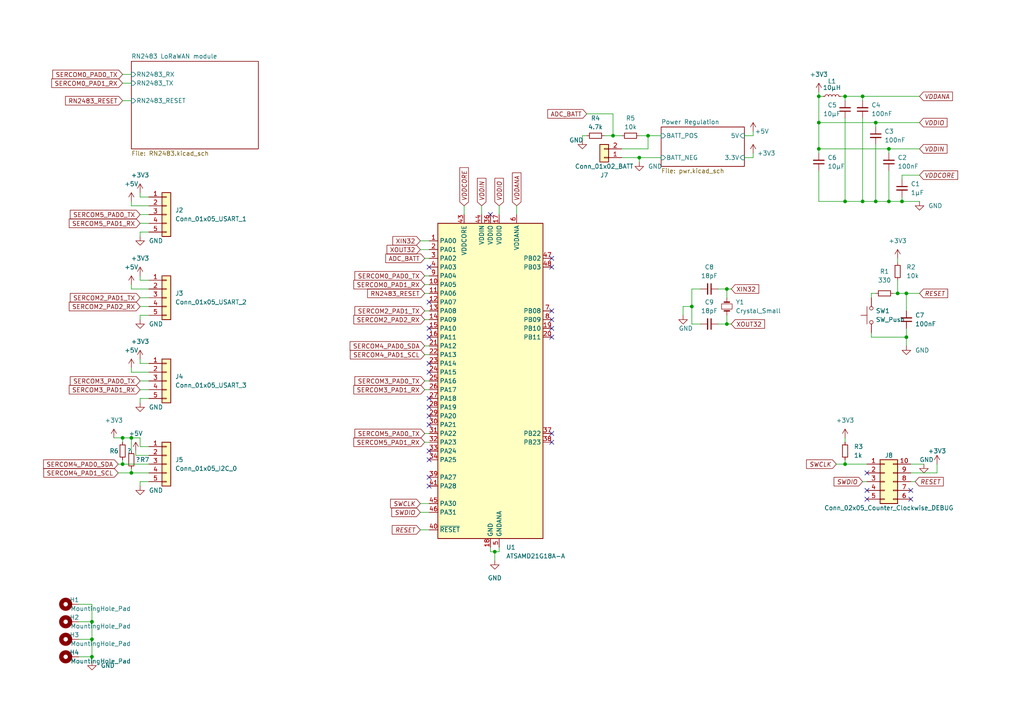
<source format=kicad_sch>
(kicad_sch (version 20211123) (generator eeschema)

  (uuid e63e39d7-6ac0-4ffd-8aa3-1841a4541b55)

  (paper "A4")

  (lib_symbols
    (symbol "Connector_Generic:Conn_01x02" (pin_names (offset 1.016) hide) (in_bom yes) (on_board yes)
      (property "Reference" "J" (id 0) (at 0 2.54 0)
        (effects (font (size 1.27 1.27)))
      )
      (property "Value" "Conn_01x02" (id 1) (at 0 -5.08 0)
        (effects (font (size 1.27 1.27)))
      )
      (property "Footprint" "" (id 2) (at 0 0 0)
        (effects (font (size 1.27 1.27)) hide)
      )
      (property "Datasheet" "~" (id 3) (at 0 0 0)
        (effects (font (size 1.27 1.27)) hide)
      )
      (property "ki_keywords" "connector" (id 4) (at 0 0 0)
        (effects (font (size 1.27 1.27)) hide)
      )
      (property "ki_description" "Generic connector, single row, 01x02, script generated (kicad-library-utils/schlib/autogen/connector/)" (id 5) (at 0 0 0)
        (effects (font (size 1.27 1.27)) hide)
      )
      (property "ki_fp_filters" "Connector*:*_1x??_*" (id 6) (at 0 0 0)
        (effects (font (size 1.27 1.27)) hide)
      )
      (symbol "Conn_01x02_1_1"
        (rectangle (start -1.27 -2.413) (end 0 -2.667)
          (stroke (width 0.1524) (type default) (color 0 0 0 0))
          (fill (type none))
        )
        (rectangle (start -1.27 0.127) (end 0 -0.127)
          (stroke (width 0.1524) (type default) (color 0 0 0 0))
          (fill (type none))
        )
        (rectangle (start -1.27 1.27) (end 1.27 -3.81)
          (stroke (width 0.254) (type default) (color 0 0 0 0))
          (fill (type background))
        )
        (pin passive line (at -5.08 0 0) (length 3.81)
          (name "Pin_1" (effects (font (size 1.27 1.27))))
          (number "1" (effects (font (size 1.27 1.27))))
        )
        (pin passive line (at -5.08 -2.54 0) (length 3.81)
          (name "Pin_2" (effects (font (size 1.27 1.27))))
          (number "2" (effects (font (size 1.27 1.27))))
        )
      )
    )
    (symbol "Connector_Generic:Conn_01x05" (pin_names (offset 1.016) hide) (in_bom yes) (on_board yes)
      (property "Reference" "J" (id 0) (at 0 7.62 0)
        (effects (font (size 1.27 1.27)))
      )
      (property "Value" "Conn_01x05" (id 1) (at 0 -7.62 0)
        (effects (font (size 1.27 1.27)))
      )
      (property "Footprint" "" (id 2) (at 0 0 0)
        (effects (font (size 1.27 1.27)) hide)
      )
      (property "Datasheet" "~" (id 3) (at 0 0 0)
        (effects (font (size 1.27 1.27)) hide)
      )
      (property "ki_keywords" "connector" (id 4) (at 0 0 0)
        (effects (font (size 1.27 1.27)) hide)
      )
      (property "ki_description" "Generic connector, single row, 01x05, script generated (kicad-library-utils/schlib/autogen/connector/)" (id 5) (at 0 0 0)
        (effects (font (size 1.27 1.27)) hide)
      )
      (property "ki_fp_filters" "Connector*:*_1x??_*" (id 6) (at 0 0 0)
        (effects (font (size 1.27 1.27)) hide)
      )
      (symbol "Conn_01x05_1_1"
        (rectangle (start -1.27 -4.953) (end 0 -5.207)
          (stroke (width 0.1524) (type default) (color 0 0 0 0))
          (fill (type none))
        )
        (rectangle (start -1.27 -2.413) (end 0 -2.667)
          (stroke (width 0.1524) (type default) (color 0 0 0 0))
          (fill (type none))
        )
        (rectangle (start -1.27 0.127) (end 0 -0.127)
          (stroke (width 0.1524) (type default) (color 0 0 0 0))
          (fill (type none))
        )
        (rectangle (start -1.27 2.667) (end 0 2.413)
          (stroke (width 0.1524) (type default) (color 0 0 0 0))
          (fill (type none))
        )
        (rectangle (start -1.27 5.207) (end 0 4.953)
          (stroke (width 0.1524) (type default) (color 0 0 0 0))
          (fill (type none))
        )
        (rectangle (start -1.27 6.35) (end 1.27 -6.35)
          (stroke (width 0.254) (type default) (color 0 0 0 0))
          (fill (type background))
        )
        (pin passive line (at -5.08 5.08 0) (length 3.81)
          (name "Pin_1" (effects (font (size 1.27 1.27))))
          (number "1" (effects (font (size 1.27 1.27))))
        )
        (pin passive line (at -5.08 2.54 0) (length 3.81)
          (name "Pin_2" (effects (font (size 1.27 1.27))))
          (number "2" (effects (font (size 1.27 1.27))))
        )
        (pin passive line (at -5.08 0 0) (length 3.81)
          (name "Pin_3" (effects (font (size 1.27 1.27))))
          (number "3" (effects (font (size 1.27 1.27))))
        )
        (pin passive line (at -5.08 -2.54 0) (length 3.81)
          (name "Pin_4" (effects (font (size 1.27 1.27))))
          (number "4" (effects (font (size 1.27 1.27))))
        )
        (pin passive line (at -5.08 -5.08 0) (length 3.81)
          (name "Pin_5" (effects (font (size 1.27 1.27))))
          (number "5" (effects (font (size 1.27 1.27))))
        )
      )
    )
    (symbol "Connector_Generic:Conn_02x05_Counter_Clockwise" (pin_names (offset 1.016) hide) (in_bom yes) (on_board yes)
      (property "Reference" "J" (id 0) (at 1.27 7.62 0)
        (effects (font (size 1.27 1.27)))
      )
      (property "Value" "Conn_02x05_Counter_Clockwise" (id 1) (at 1.27 -7.62 0)
        (effects (font (size 1.27 1.27)))
      )
      (property "Footprint" "" (id 2) (at 0 0 0)
        (effects (font (size 1.27 1.27)) hide)
      )
      (property "Datasheet" "~" (id 3) (at 0 0 0)
        (effects (font (size 1.27 1.27)) hide)
      )
      (property "ki_keywords" "connector" (id 4) (at 0 0 0)
        (effects (font (size 1.27 1.27)) hide)
      )
      (property "ki_description" "Generic connector, double row, 02x05, counter clockwise pin numbering scheme (similar to DIP packge numbering), script generated (kicad-library-utils/schlib/autogen/connector/)" (id 5) (at 0 0 0)
        (effects (font (size 1.27 1.27)) hide)
      )
      (property "ki_fp_filters" "Connector*:*_2x??_*" (id 6) (at 0 0 0)
        (effects (font (size 1.27 1.27)) hide)
      )
      (symbol "Conn_02x05_Counter_Clockwise_1_1"
        (rectangle (start -1.27 -4.953) (end 0 -5.207)
          (stroke (width 0.1524) (type default) (color 0 0 0 0))
          (fill (type none))
        )
        (rectangle (start -1.27 -2.413) (end 0 -2.667)
          (stroke (width 0.1524) (type default) (color 0 0 0 0))
          (fill (type none))
        )
        (rectangle (start -1.27 0.127) (end 0 -0.127)
          (stroke (width 0.1524) (type default) (color 0 0 0 0))
          (fill (type none))
        )
        (rectangle (start -1.27 2.667) (end 0 2.413)
          (stroke (width 0.1524) (type default) (color 0 0 0 0))
          (fill (type none))
        )
        (rectangle (start -1.27 5.207) (end 0 4.953)
          (stroke (width 0.1524) (type default) (color 0 0 0 0))
          (fill (type none))
        )
        (rectangle (start -1.27 6.35) (end 3.81 -6.35)
          (stroke (width 0.254) (type default) (color 0 0 0 0))
          (fill (type background))
        )
        (rectangle (start 3.81 -4.953) (end 2.54 -5.207)
          (stroke (width 0.1524) (type default) (color 0 0 0 0))
          (fill (type none))
        )
        (rectangle (start 3.81 -2.413) (end 2.54 -2.667)
          (stroke (width 0.1524) (type default) (color 0 0 0 0))
          (fill (type none))
        )
        (rectangle (start 3.81 0.127) (end 2.54 -0.127)
          (stroke (width 0.1524) (type default) (color 0 0 0 0))
          (fill (type none))
        )
        (rectangle (start 3.81 2.667) (end 2.54 2.413)
          (stroke (width 0.1524) (type default) (color 0 0 0 0))
          (fill (type none))
        )
        (rectangle (start 3.81 5.207) (end 2.54 4.953)
          (stroke (width 0.1524) (type default) (color 0 0 0 0))
          (fill (type none))
        )
        (pin passive line (at -5.08 5.08 0) (length 3.81)
          (name "Pin_1" (effects (font (size 1.27 1.27))))
          (number "1" (effects (font (size 1.27 1.27))))
        )
        (pin passive line (at 7.62 5.08 180) (length 3.81)
          (name "Pin_10" (effects (font (size 1.27 1.27))))
          (number "10" (effects (font (size 1.27 1.27))))
        )
        (pin passive line (at -5.08 2.54 0) (length 3.81)
          (name "Pin_2" (effects (font (size 1.27 1.27))))
          (number "2" (effects (font (size 1.27 1.27))))
        )
        (pin passive line (at -5.08 0 0) (length 3.81)
          (name "Pin_3" (effects (font (size 1.27 1.27))))
          (number "3" (effects (font (size 1.27 1.27))))
        )
        (pin passive line (at -5.08 -2.54 0) (length 3.81)
          (name "Pin_4" (effects (font (size 1.27 1.27))))
          (number "4" (effects (font (size 1.27 1.27))))
        )
        (pin passive line (at -5.08 -5.08 0) (length 3.81)
          (name "Pin_5" (effects (font (size 1.27 1.27))))
          (number "5" (effects (font (size 1.27 1.27))))
        )
        (pin passive line (at 7.62 -5.08 180) (length 3.81)
          (name "Pin_6" (effects (font (size 1.27 1.27))))
          (number "6" (effects (font (size 1.27 1.27))))
        )
        (pin passive line (at 7.62 -2.54 180) (length 3.81)
          (name "Pin_7" (effects (font (size 1.27 1.27))))
          (number "7" (effects (font (size 1.27 1.27))))
        )
        (pin passive line (at 7.62 0 180) (length 3.81)
          (name "Pin_8" (effects (font (size 1.27 1.27))))
          (number "8" (effects (font (size 1.27 1.27))))
        )
        (pin passive line (at 7.62 2.54 180) (length 3.81)
          (name "Pin_9" (effects (font (size 1.27 1.27))))
          (number "9" (effects (font (size 1.27 1.27))))
        )
      )
    )
    (symbol "Device:C_Small" (pin_numbers hide) (pin_names (offset 0.254) hide) (in_bom yes) (on_board yes)
      (property "Reference" "C" (id 0) (at 0.254 1.778 0)
        (effects (font (size 1.27 1.27)) (justify left))
      )
      (property "Value" "C_Small" (id 1) (at 0.254 -2.032 0)
        (effects (font (size 1.27 1.27)) (justify left))
      )
      (property "Footprint" "" (id 2) (at 0 0 0)
        (effects (font (size 1.27 1.27)) hide)
      )
      (property "Datasheet" "~" (id 3) (at 0 0 0)
        (effects (font (size 1.27 1.27)) hide)
      )
      (property "ki_keywords" "capacitor cap" (id 4) (at 0 0 0)
        (effects (font (size 1.27 1.27)) hide)
      )
      (property "ki_description" "Unpolarized capacitor, small symbol" (id 5) (at 0 0 0)
        (effects (font (size 1.27 1.27)) hide)
      )
      (property "ki_fp_filters" "C_*" (id 6) (at 0 0 0)
        (effects (font (size 1.27 1.27)) hide)
      )
      (symbol "C_Small_0_1"
        (polyline
          (pts
            (xy -1.524 -0.508)
            (xy 1.524 -0.508)
          )
          (stroke (width 0.3302) (type default) (color 0 0 0 0))
          (fill (type none))
        )
        (polyline
          (pts
            (xy -1.524 0.508)
            (xy 1.524 0.508)
          )
          (stroke (width 0.3048) (type default) (color 0 0 0 0))
          (fill (type none))
        )
      )
      (symbol "C_Small_1_1"
        (pin passive line (at 0 2.54 270) (length 2.032)
          (name "~" (effects (font (size 1.27 1.27))))
          (number "1" (effects (font (size 1.27 1.27))))
        )
        (pin passive line (at 0 -2.54 90) (length 2.032)
          (name "~" (effects (font (size 1.27 1.27))))
          (number "2" (effects (font (size 1.27 1.27))))
        )
      )
    )
    (symbol "Device:Crystal_Small" (pin_numbers hide) (pin_names (offset 1.016) hide) (in_bom yes) (on_board yes)
      (property "Reference" "Y" (id 0) (at 0 2.54 0)
        (effects (font (size 1.27 1.27)))
      )
      (property "Value" "Crystal_Small" (id 1) (at 0 -2.54 0)
        (effects (font (size 1.27 1.27)))
      )
      (property "Footprint" "" (id 2) (at 0 0 0)
        (effects (font (size 1.27 1.27)) hide)
      )
      (property "Datasheet" "~" (id 3) (at 0 0 0)
        (effects (font (size 1.27 1.27)) hide)
      )
      (property "ki_keywords" "quartz ceramic resonator oscillator" (id 4) (at 0 0 0)
        (effects (font (size 1.27 1.27)) hide)
      )
      (property "ki_description" "Two pin crystal, small symbol" (id 5) (at 0 0 0)
        (effects (font (size 1.27 1.27)) hide)
      )
      (property "ki_fp_filters" "Crystal*" (id 6) (at 0 0 0)
        (effects (font (size 1.27 1.27)) hide)
      )
      (symbol "Crystal_Small_0_1"
        (rectangle (start -0.762 -1.524) (end 0.762 1.524)
          (stroke (width 0) (type default) (color 0 0 0 0))
          (fill (type none))
        )
        (polyline
          (pts
            (xy -1.27 -0.762)
            (xy -1.27 0.762)
          )
          (stroke (width 0.381) (type default) (color 0 0 0 0))
          (fill (type none))
        )
        (polyline
          (pts
            (xy 1.27 -0.762)
            (xy 1.27 0.762)
          )
          (stroke (width 0.381) (type default) (color 0 0 0 0))
          (fill (type none))
        )
      )
      (symbol "Crystal_Small_1_1"
        (pin passive line (at -2.54 0 0) (length 1.27)
          (name "1" (effects (font (size 1.27 1.27))))
          (number "1" (effects (font (size 1.27 1.27))))
        )
        (pin passive line (at 2.54 0 180) (length 1.27)
          (name "2" (effects (font (size 1.27 1.27))))
          (number "2" (effects (font (size 1.27 1.27))))
        )
      )
    )
    (symbol "Device:L_Small" (pin_numbers hide) (pin_names (offset 0.254) hide) (in_bom yes) (on_board yes)
      (property "Reference" "L" (id 0) (at 0.762 1.016 0)
        (effects (font (size 1.27 1.27)) (justify left))
      )
      (property "Value" "L_Small" (id 1) (at 0.762 -1.016 0)
        (effects (font (size 1.27 1.27)) (justify left))
      )
      (property "Footprint" "" (id 2) (at 0 0 0)
        (effects (font (size 1.27 1.27)) hide)
      )
      (property "Datasheet" "~" (id 3) (at 0 0 0)
        (effects (font (size 1.27 1.27)) hide)
      )
      (property "ki_keywords" "inductor choke coil reactor magnetic" (id 4) (at 0 0 0)
        (effects (font (size 1.27 1.27)) hide)
      )
      (property "ki_description" "Inductor, small symbol" (id 5) (at 0 0 0)
        (effects (font (size 1.27 1.27)) hide)
      )
      (property "ki_fp_filters" "Choke_* *Coil* Inductor_* L_*" (id 6) (at 0 0 0)
        (effects (font (size 1.27 1.27)) hide)
      )
      (symbol "L_Small_0_1"
        (arc (start 0 -2.032) (mid 0.508 -1.524) (end 0 -1.016)
          (stroke (width 0) (type default) (color 0 0 0 0))
          (fill (type none))
        )
        (arc (start 0 -1.016) (mid 0.508 -0.508) (end 0 0)
          (stroke (width 0) (type default) (color 0 0 0 0))
          (fill (type none))
        )
        (arc (start 0 0) (mid 0.508 0.508) (end 0 1.016)
          (stroke (width 0) (type default) (color 0 0 0 0))
          (fill (type none))
        )
        (arc (start 0 1.016) (mid 0.508 1.524) (end 0 2.032)
          (stroke (width 0) (type default) (color 0 0 0 0))
          (fill (type none))
        )
      )
      (symbol "L_Small_1_1"
        (pin passive line (at 0 2.54 270) (length 0.508)
          (name "~" (effects (font (size 1.27 1.27))))
          (number "1" (effects (font (size 1.27 1.27))))
        )
        (pin passive line (at 0 -2.54 90) (length 0.508)
          (name "~" (effects (font (size 1.27 1.27))))
          (number "2" (effects (font (size 1.27 1.27))))
        )
      )
    )
    (symbol "Device:R_Small" (pin_numbers hide) (pin_names (offset 0.254) hide) (in_bom yes) (on_board yes)
      (property "Reference" "R" (id 0) (at 0.762 0.508 0)
        (effects (font (size 1.27 1.27)) (justify left))
      )
      (property "Value" "R_Small" (id 1) (at 0.762 -1.016 0)
        (effects (font (size 1.27 1.27)) (justify left))
      )
      (property "Footprint" "" (id 2) (at 0 0 0)
        (effects (font (size 1.27 1.27)) hide)
      )
      (property "Datasheet" "~" (id 3) (at 0 0 0)
        (effects (font (size 1.27 1.27)) hide)
      )
      (property "ki_keywords" "R resistor" (id 4) (at 0 0 0)
        (effects (font (size 1.27 1.27)) hide)
      )
      (property "ki_description" "Resistor, small symbol" (id 5) (at 0 0 0)
        (effects (font (size 1.27 1.27)) hide)
      )
      (property "ki_fp_filters" "R_*" (id 6) (at 0 0 0)
        (effects (font (size 1.27 1.27)) hide)
      )
      (symbol "R_Small_0_1"
        (rectangle (start -0.762 1.778) (end 0.762 -1.778)
          (stroke (width 0.2032) (type default) (color 0 0 0 0))
          (fill (type none))
        )
      )
      (symbol "R_Small_1_1"
        (pin passive line (at 0 2.54 270) (length 0.762)
          (name "~" (effects (font (size 1.27 1.27))))
          (number "1" (effects (font (size 1.27 1.27))))
        )
        (pin passive line (at 0 -2.54 90) (length 0.762)
          (name "~" (effects (font (size 1.27 1.27))))
          (number "2" (effects (font (size 1.27 1.27))))
        )
      )
    )
    (symbol "MCU_Microchip_SAMD:ATSAMD21G18A-A" (in_bom yes) (on_board yes)
      (property "Reference" "U" (id 0) (at -13.97 46.99 0)
        (effects (font (size 1.27 1.27)))
      )
      (property "Value" "ATSAMD21G18A-A" (id 1) (at 16.51 46.99 0)
        (effects (font (size 1.27 1.27)))
      )
      (property "Footprint" "Package_QFP:TQFP-48_7x7mm_P0.5mm" (id 2) (at 22.86 -46.99 0)
        (effects (font (size 1.27 1.27)) hide)
      )
      (property "Datasheet" "http://ww1.microchip.com/downloads/en/DeviceDoc/SAM_D21_DA1_Family_Data%20Sheet_DS40001882E.pdf" (id 3) (at 0 25.4 0)
        (effects (font (size 1.27 1.27)) hide)
      )
      (property "ki_keywords" "32-bit ARM Cortex-M0+ MCU Microcontroller" (id 4) (at 0 0 0)
        (effects (font (size 1.27 1.27)) hide)
      )
      (property "ki_description" "SAM D21 Microchip SMART ARM-based Flash MCU, 48Mhz, 256K Flash, 32K SRAM, TQFP-48" (id 5) (at 0 0 0)
        (effects (font (size 1.27 1.27)) hide)
      )
      (property "ki_fp_filters" "TQFP*7x7mm*P0.5mm*" (id 6) (at 0 0 0)
        (effects (font (size 1.27 1.27)) hide)
      )
      (symbol "ATSAMD21G18A-A_0_1"
        (rectangle (start -15.24 45.72) (end 15.24 -45.72)
          (stroke (width 0.254) (type default) (color 0 0 0 0))
          (fill (type background))
        )
      )
      (symbol "ATSAMD21G18A-A_1_1"
        (pin bidirectional line (at -17.78 40.64 0) (length 2.54)
          (name "PA00" (effects (font (size 1.27 1.27))))
          (number "1" (effects (font (size 1.27 1.27))))
        )
        (pin bidirectional line (at -17.78 27.94 0) (length 2.54)
          (name "PA05" (effects (font (size 1.27 1.27))))
          (number "10" (effects (font (size 1.27 1.27))))
        )
        (pin bidirectional line (at -17.78 25.4 0) (length 2.54)
          (name "PA06" (effects (font (size 1.27 1.27))))
          (number "11" (effects (font (size 1.27 1.27))))
        )
        (pin bidirectional line (at -17.78 22.86 0) (length 2.54)
          (name "PA07" (effects (font (size 1.27 1.27))))
          (number "12" (effects (font (size 1.27 1.27))))
        )
        (pin bidirectional line (at -17.78 20.32 0) (length 2.54)
          (name "PA08" (effects (font (size 1.27 1.27))))
          (number "13" (effects (font (size 1.27 1.27))))
        )
        (pin bidirectional line (at -17.78 17.78 0) (length 2.54)
          (name "PA09" (effects (font (size 1.27 1.27))))
          (number "14" (effects (font (size 1.27 1.27))))
        )
        (pin bidirectional line (at -17.78 15.24 0) (length 2.54)
          (name "PA10" (effects (font (size 1.27 1.27))))
          (number "15" (effects (font (size 1.27 1.27))))
        )
        (pin bidirectional line (at -17.78 12.7 0) (length 2.54)
          (name "PA11" (effects (font (size 1.27 1.27))))
          (number "16" (effects (font (size 1.27 1.27))))
        )
        (pin power_in line (at 2.54 48.26 270) (length 2.54)
          (name "VDDIO" (effects (font (size 1.27 1.27))))
          (number "17" (effects (font (size 1.27 1.27))))
        )
        (pin power_in line (at 0 -48.26 90) (length 2.54)
          (name "GND" (effects (font (size 1.27 1.27))))
          (number "18" (effects (font (size 1.27 1.27))))
        )
        (pin bidirectional line (at 17.78 15.24 180) (length 2.54)
          (name "PB10" (effects (font (size 1.27 1.27))))
          (number "19" (effects (font (size 1.27 1.27))))
        )
        (pin bidirectional line (at -17.78 38.1 0) (length 2.54)
          (name "PA01" (effects (font (size 1.27 1.27))))
          (number "2" (effects (font (size 1.27 1.27))))
        )
        (pin bidirectional line (at 17.78 12.7 180) (length 2.54)
          (name "PB11" (effects (font (size 1.27 1.27))))
          (number "20" (effects (font (size 1.27 1.27))))
        )
        (pin bidirectional line (at -17.78 10.16 0) (length 2.54)
          (name "PA12" (effects (font (size 1.27 1.27))))
          (number "21" (effects (font (size 1.27 1.27))))
        )
        (pin bidirectional line (at -17.78 7.62 0) (length 2.54)
          (name "PA13" (effects (font (size 1.27 1.27))))
          (number "22" (effects (font (size 1.27 1.27))))
        )
        (pin bidirectional line (at -17.78 5.08 0) (length 2.54)
          (name "PA14" (effects (font (size 1.27 1.27))))
          (number "23" (effects (font (size 1.27 1.27))))
        )
        (pin bidirectional line (at -17.78 2.54 0) (length 2.54)
          (name "PA15" (effects (font (size 1.27 1.27))))
          (number "24" (effects (font (size 1.27 1.27))))
        )
        (pin bidirectional line (at -17.78 0 0) (length 2.54)
          (name "PA16" (effects (font (size 1.27 1.27))))
          (number "25" (effects (font (size 1.27 1.27))))
        )
        (pin bidirectional line (at -17.78 -2.54 0) (length 2.54)
          (name "PA17" (effects (font (size 1.27 1.27))))
          (number "26" (effects (font (size 1.27 1.27))))
        )
        (pin bidirectional line (at -17.78 -5.08 0) (length 2.54)
          (name "PA18" (effects (font (size 1.27 1.27))))
          (number "27" (effects (font (size 1.27 1.27))))
        )
        (pin bidirectional line (at -17.78 -7.62 0) (length 2.54)
          (name "PA19" (effects (font (size 1.27 1.27))))
          (number "28" (effects (font (size 1.27 1.27))))
        )
        (pin bidirectional line (at -17.78 -10.16 0) (length 2.54)
          (name "PA20" (effects (font (size 1.27 1.27))))
          (number "29" (effects (font (size 1.27 1.27))))
        )
        (pin bidirectional line (at -17.78 35.56 0) (length 2.54)
          (name "PA02" (effects (font (size 1.27 1.27))))
          (number "3" (effects (font (size 1.27 1.27))))
        )
        (pin bidirectional line (at -17.78 -12.7 0) (length 2.54)
          (name "PA21" (effects (font (size 1.27 1.27))))
          (number "30" (effects (font (size 1.27 1.27))))
        )
        (pin bidirectional line (at -17.78 -15.24 0) (length 2.54)
          (name "PA22" (effects (font (size 1.27 1.27))))
          (number "31" (effects (font (size 1.27 1.27))))
        )
        (pin bidirectional line (at -17.78 -17.78 0) (length 2.54)
          (name "PA23" (effects (font (size 1.27 1.27))))
          (number "32" (effects (font (size 1.27 1.27))))
        )
        (pin bidirectional line (at -17.78 -20.32 0) (length 2.54)
          (name "PA24" (effects (font (size 1.27 1.27))))
          (number "33" (effects (font (size 1.27 1.27))))
        )
        (pin bidirectional line (at -17.78 -22.86 0) (length 2.54)
          (name "PA25" (effects (font (size 1.27 1.27))))
          (number "34" (effects (font (size 1.27 1.27))))
        )
        (pin passive line (at 0 -48.26 90) (length 2.54) hide
          (name "GND" (effects (font (size 1.27 1.27))))
          (number "35" (effects (font (size 1.27 1.27))))
        )
        (pin power_in line (at 0 48.26 270) (length 2.54)
          (name "VDDIO" (effects (font (size 1.27 1.27))))
          (number "36" (effects (font (size 1.27 1.27))))
        )
        (pin bidirectional line (at 17.78 -15.24 180) (length 2.54)
          (name "PB22" (effects (font (size 1.27 1.27))))
          (number "37" (effects (font (size 1.27 1.27))))
        )
        (pin bidirectional line (at 17.78 -17.78 180) (length 2.54)
          (name "PB23" (effects (font (size 1.27 1.27))))
          (number "38" (effects (font (size 1.27 1.27))))
        )
        (pin bidirectional line (at -17.78 -27.94 0) (length 2.54)
          (name "PA27" (effects (font (size 1.27 1.27))))
          (number "39" (effects (font (size 1.27 1.27))))
        )
        (pin bidirectional line (at -17.78 33.02 0) (length 2.54)
          (name "PA03" (effects (font (size 1.27 1.27))))
          (number "4" (effects (font (size 1.27 1.27))))
        )
        (pin input line (at -17.78 -43.18 0) (length 2.54)
          (name "~{RESET}" (effects (font (size 1.27 1.27))))
          (number "40" (effects (font (size 1.27 1.27))))
        )
        (pin bidirectional line (at -17.78 -30.48 0) (length 2.54)
          (name "PA28" (effects (font (size 1.27 1.27))))
          (number "41" (effects (font (size 1.27 1.27))))
        )
        (pin passive line (at 0 -48.26 90) (length 2.54) hide
          (name "GND" (effects (font (size 1.27 1.27))))
          (number "42" (effects (font (size 1.27 1.27))))
        )
        (pin power_out line (at -7.62 48.26 270) (length 2.54)
          (name "VDDCORE" (effects (font (size 1.27 1.27))))
          (number "43" (effects (font (size 1.27 1.27))))
        )
        (pin power_in line (at -2.54 48.26 270) (length 2.54)
          (name "VDDIN" (effects (font (size 1.27 1.27))))
          (number "44" (effects (font (size 1.27 1.27))))
        )
        (pin bidirectional line (at -17.78 -35.56 0) (length 2.54)
          (name "PA30" (effects (font (size 1.27 1.27))))
          (number "45" (effects (font (size 1.27 1.27))))
        )
        (pin bidirectional line (at -17.78 -38.1 0) (length 2.54)
          (name "PA31" (effects (font (size 1.27 1.27))))
          (number "46" (effects (font (size 1.27 1.27))))
        )
        (pin bidirectional line (at 17.78 35.56 180) (length 2.54)
          (name "PB02" (effects (font (size 1.27 1.27))))
          (number "47" (effects (font (size 1.27 1.27))))
        )
        (pin bidirectional line (at 17.78 33.02 180) (length 2.54)
          (name "PB03" (effects (font (size 1.27 1.27))))
          (number "48" (effects (font (size 1.27 1.27))))
        )
        (pin power_in line (at 2.54 -48.26 90) (length 2.54)
          (name "GNDANA" (effects (font (size 1.27 1.27))))
          (number "5" (effects (font (size 1.27 1.27))))
        )
        (pin power_in line (at 7.62 48.26 270) (length 2.54)
          (name "VDDANA" (effects (font (size 1.27 1.27))))
          (number "6" (effects (font (size 1.27 1.27))))
        )
        (pin bidirectional line (at 17.78 20.32 180) (length 2.54)
          (name "PB08" (effects (font (size 1.27 1.27))))
          (number "7" (effects (font (size 1.27 1.27))))
        )
        (pin bidirectional line (at 17.78 17.78 180) (length 2.54)
          (name "PB09" (effects (font (size 1.27 1.27))))
          (number "8" (effects (font (size 1.27 1.27))))
        )
        (pin bidirectional line (at -17.78 30.48 0) (length 2.54)
          (name "PA04" (effects (font (size 1.27 1.27))))
          (number "9" (effects (font (size 1.27 1.27))))
        )
      )
    )
    (symbol "Mechanical:MountingHole_Pad" (pin_numbers hide) (pin_names (offset 1.016) hide) (in_bom yes) (on_board yes)
      (property "Reference" "H" (id 0) (at 0 6.35 0)
        (effects (font (size 1.27 1.27)))
      )
      (property "Value" "MountingHole_Pad" (id 1) (at 0 4.445 0)
        (effects (font (size 1.27 1.27)))
      )
      (property "Footprint" "" (id 2) (at 0 0 0)
        (effects (font (size 1.27 1.27)) hide)
      )
      (property "Datasheet" "~" (id 3) (at 0 0 0)
        (effects (font (size 1.27 1.27)) hide)
      )
      (property "ki_keywords" "mounting hole" (id 4) (at 0 0 0)
        (effects (font (size 1.27 1.27)) hide)
      )
      (property "ki_description" "Mounting Hole with connection" (id 5) (at 0 0 0)
        (effects (font (size 1.27 1.27)) hide)
      )
      (property "ki_fp_filters" "MountingHole*Pad*" (id 6) (at 0 0 0)
        (effects (font (size 1.27 1.27)) hide)
      )
      (symbol "MountingHole_Pad_0_1"
        (circle (center 0 1.27) (radius 1.27)
          (stroke (width 1.27) (type default) (color 0 0 0 0))
          (fill (type none))
        )
      )
      (symbol "MountingHole_Pad_1_1"
        (pin input line (at 0 -2.54 90) (length 2.54)
          (name "1" (effects (font (size 1.27 1.27))))
          (number "1" (effects (font (size 1.27 1.27))))
        )
      )
    )
    (symbol "Switch:SW_Push" (pin_numbers hide) (pin_names (offset 1.016) hide) (in_bom yes) (on_board yes)
      (property "Reference" "SW" (id 0) (at 1.27 2.54 0)
        (effects (font (size 1.27 1.27)) (justify left))
      )
      (property "Value" "SW_Push" (id 1) (at 0 -1.524 0)
        (effects (font (size 1.27 1.27)))
      )
      (property "Footprint" "" (id 2) (at 0 5.08 0)
        (effects (font (size 1.27 1.27)) hide)
      )
      (property "Datasheet" "~" (id 3) (at 0 5.08 0)
        (effects (font (size 1.27 1.27)) hide)
      )
      (property "ki_keywords" "switch normally-open pushbutton push-button" (id 4) (at 0 0 0)
        (effects (font (size 1.27 1.27)) hide)
      )
      (property "ki_description" "Push button switch, generic, two pins" (id 5) (at 0 0 0)
        (effects (font (size 1.27 1.27)) hide)
      )
      (symbol "SW_Push_0_1"
        (circle (center -2.032 0) (radius 0.508)
          (stroke (width 0) (type default) (color 0 0 0 0))
          (fill (type none))
        )
        (polyline
          (pts
            (xy 0 1.27)
            (xy 0 3.048)
          )
          (stroke (width 0) (type default) (color 0 0 0 0))
          (fill (type none))
        )
        (polyline
          (pts
            (xy 2.54 1.27)
            (xy -2.54 1.27)
          )
          (stroke (width 0) (type default) (color 0 0 0 0))
          (fill (type none))
        )
        (circle (center 2.032 0) (radius 0.508)
          (stroke (width 0) (type default) (color 0 0 0 0))
          (fill (type none))
        )
        (pin passive line (at -5.08 0 0) (length 2.54)
          (name "1" (effects (font (size 1.27 1.27))))
          (number "1" (effects (font (size 1.27 1.27))))
        )
        (pin passive line (at 5.08 0 180) (length 2.54)
          (name "2" (effects (font (size 1.27 1.27))))
          (number "2" (effects (font (size 1.27 1.27))))
        )
      )
    )
    (symbol "power:+3.3V" (power) (pin_names (offset 0)) (in_bom yes) (on_board yes)
      (property "Reference" "#PWR" (id 0) (at 0 -3.81 0)
        (effects (font (size 1.27 1.27)) hide)
      )
      (property "Value" "+3.3V" (id 1) (at 0 3.556 0)
        (effects (font (size 1.27 1.27)))
      )
      (property "Footprint" "" (id 2) (at 0 0 0)
        (effects (font (size 1.27 1.27)) hide)
      )
      (property "Datasheet" "" (id 3) (at 0 0 0)
        (effects (font (size 1.27 1.27)) hide)
      )
      (property "ki_keywords" "power-flag" (id 4) (at 0 0 0)
        (effects (font (size 1.27 1.27)) hide)
      )
      (property "ki_description" "Power symbol creates a global label with name \"+3.3V\"" (id 5) (at 0 0 0)
        (effects (font (size 1.27 1.27)) hide)
      )
      (symbol "+3.3V_0_1"
        (polyline
          (pts
            (xy -0.762 1.27)
            (xy 0 2.54)
          )
          (stroke (width 0) (type default) (color 0 0 0 0))
          (fill (type none))
        )
        (polyline
          (pts
            (xy 0 0)
            (xy 0 2.54)
          )
          (stroke (width 0) (type default) (color 0 0 0 0))
          (fill (type none))
        )
        (polyline
          (pts
            (xy 0 2.54)
            (xy 0.762 1.27)
          )
          (stroke (width 0) (type default) (color 0 0 0 0))
          (fill (type none))
        )
      )
      (symbol "+3.3V_1_1"
        (pin power_in line (at 0 0 90) (length 0) hide
          (name "+3V3" (effects (font (size 1.27 1.27))))
          (number "1" (effects (font (size 1.27 1.27))))
        )
      )
    )
    (symbol "power:+5V" (power) (pin_names (offset 0)) (in_bom yes) (on_board yes)
      (property "Reference" "#PWR" (id 0) (at 0 -3.81 0)
        (effects (font (size 1.27 1.27)) hide)
      )
      (property "Value" "+5V" (id 1) (at 0 3.556 0)
        (effects (font (size 1.27 1.27)))
      )
      (property "Footprint" "" (id 2) (at 0 0 0)
        (effects (font (size 1.27 1.27)) hide)
      )
      (property "Datasheet" "" (id 3) (at 0 0 0)
        (effects (font (size 1.27 1.27)) hide)
      )
      (property "ki_keywords" "power-flag" (id 4) (at 0 0 0)
        (effects (font (size 1.27 1.27)) hide)
      )
      (property "ki_description" "Power symbol creates a global label with name \"+5V\"" (id 5) (at 0 0 0)
        (effects (font (size 1.27 1.27)) hide)
      )
      (symbol "+5V_0_1"
        (polyline
          (pts
            (xy -0.762 1.27)
            (xy 0 2.54)
          )
          (stroke (width 0) (type default) (color 0 0 0 0))
          (fill (type none))
        )
        (polyline
          (pts
            (xy 0 0)
            (xy 0 2.54)
          )
          (stroke (width 0) (type default) (color 0 0 0 0))
          (fill (type none))
        )
        (polyline
          (pts
            (xy 0 2.54)
            (xy 0.762 1.27)
          )
          (stroke (width 0) (type default) (color 0 0 0 0))
          (fill (type none))
        )
      )
      (symbol "+5V_1_1"
        (pin power_in line (at 0 0 90) (length 0) hide
          (name "+5V" (effects (font (size 1.27 1.27))))
          (number "1" (effects (font (size 1.27 1.27))))
        )
      )
    )
    (symbol "power:GND" (power) (pin_names (offset 0)) (in_bom yes) (on_board yes)
      (property "Reference" "#PWR" (id 0) (at 0 -6.35 0)
        (effects (font (size 1.27 1.27)) hide)
      )
      (property "Value" "GND" (id 1) (at 0 -3.81 0)
        (effects (font (size 1.27 1.27)))
      )
      (property "Footprint" "" (id 2) (at 0 0 0)
        (effects (font (size 1.27 1.27)) hide)
      )
      (property "Datasheet" "" (id 3) (at 0 0 0)
        (effects (font (size 1.27 1.27)) hide)
      )
      (property "ki_keywords" "power-flag" (id 4) (at 0 0 0)
        (effects (font (size 1.27 1.27)) hide)
      )
      (property "ki_description" "Power symbol creates a global label with name \"GND\" , ground" (id 5) (at 0 0 0)
        (effects (font (size 1.27 1.27)) hide)
      )
      (symbol "GND_0_1"
        (polyline
          (pts
            (xy 0 0)
            (xy 0 -1.27)
            (xy 1.27 -1.27)
            (xy 0 -2.54)
            (xy -1.27 -1.27)
            (xy 0 -1.27)
          )
          (stroke (width 0) (type default) (color 0 0 0 0))
          (fill (type none))
        )
      )
      (symbol "GND_1_1"
        (pin power_in line (at 0 0 270) (length 0) hide
          (name "GND" (effects (font (size 1.27 1.27))))
          (number "1" (effects (font (size 1.27 1.27))))
        )
      )
    )
  )

  (junction (at 237.49 35.56) (diameter 0) (color 0 0 0 0)
    (uuid 040ed98a-f113-47eb-8072-b00f10f1eb1f)
  )
  (junction (at 210.82 83.82) (diameter 0) (color 0 0 0 0)
    (uuid 1931276c-395f-40db-8fda-fe7cab9b9917)
  )
  (junction (at 262.89 85.09) (diameter 0) (color 0 0 0 0)
    (uuid 26262434-59b4-409d-bbc0-bf56b91f7e8c)
  )
  (junction (at 35.56 134.62) (diameter 0) (color 0 0 0 0)
    (uuid 2c42d380-fc21-4789-ba18-967b4651fb1c)
  )
  (junction (at 257.81 58.42) (diameter 0) (color 0 0 0 0)
    (uuid 3257c4a4-5b57-4242-a851-687eafd46206)
  )
  (junction (at 245.11 27.94) (diameter 0) (color 0 0 0 0)
    (uuid 48bb7c25-cf9b-4f8f-957f-09b67378202a)
  )
  (junction (at 260.35 85.09) (diameter 0) (color 0 0 0 0)
    (uuid 55086a91-8a69-4f86-86d2-cc83a7bed8f6)
  )
  (junction (at 245.11 58.42) (diameter 0) (color 0 0 0 0)
    (uuid 6463b192-99d8-41cb-ae75-7adc1aa76c95)
  )
  (junction (at 237.49 43.18) (diameter 0) (color 0 0 0 0)
    (uuid 776d3036-5c8c-4f81-9129-64eea48b7efc)
  )
  (junction (at 26.67 190.5) (diameter 0) (color 0 0 0 0)
    (uuid 7eaf43eb-4cdf-4405-9753-87b5187051d2)
  )
  (junction (at 210.82 93.98) (diameter 0) (color 0 0 0 0)
    (uuid 86a4261d-de27-48ed-a543-7969f094290b)
  )
  (junction (at 35.56 127) (diameter 0) (color 0 0 0 0)
    (uuid 872c1813-f600-44e2-9529-db2493d42e6d)
  )
  (junction (at 254 58.42) (diameter 0) (color 0 0 0 0)
    (uuid 9fc5b15e-c5f4-4c0e-bdc4-9e72edeba560)
  )
  (junction (at 262.89 97.79) (diameter 0) (color 0 0 0 0)
    (uuid a0ec831f-e733-4eae-9aa6-44854261c5b6)
  )
  (junction (at 261.62 58.42) (diameter 0) (color 0 0 0 0)
    (uuid a584139a-6878-404d-b072-b4042fc2c70d)
  )
  (junction (at 26.67 185.42) (diameter 0) (color 0 0 0 0)
    (uuid a7e549f9-186c-4dc8-b519-485c31a009a1)
  )
  (junction (at 185.42 45.72) (diameter 0) (color 0 0 0 0)
    (uuid a89f7607-3508-4f23-b0a4-6534f97c8064)
  )
  (junction (at 257.81 43.18) (diameter 0) (color 0 0 0 0)
    (uuid abbf70e4-8aec-4930-b422-d2ec9918870a)
  )
  (junction (at 38.1 127) (diameter 0) (color 0 0 0 0)
    (uuid b93b30c9-1988-4940-b0de-e5c0fbe9e6cb)
  )
  (junction (at 250.19 58.42) (diameter 0) (color 0 0 0 0)
    (uuid c233c228-3314-4c3e-98de-412c41ec3cac)
  )
  (junction (at 143.51 160.02) (diameter 0) (color 0 0 0 0)
    (uuid c64e872e-453b-4497-851f-cde11e0ab63f)
  )
  (junction (at 26.67 180.34) (diameter 0) (color 0 0 0 0)
    (uuid c77ff0c0-8b3e-4b8f-90d2-4655f02abbd5)
  )
  (junction (at 245.11 134.62) (diameter 0) (color 0 0 0 0)
    (uuid ceba6a26-b3d1-4fa9-9bb8-4d2d927e6a35)
  )
  (junction (at 250.19 27.94) (diameter 0) (color 0 0 0 0)
    (uuid d64fd6a3-86df-488e-9913-10c8ca0c1b38)
  )
  (junction (at 187.96 39.37) (diameter 0) (color 0 0 0 0)
    (uuid ddd8d26c-d435-4d93-8165-01ffe62050fe)
  )
  (junction (at 177.8 39.37) (diameter 0) (color 0 0 0 0)
    (uuid df454e52-dc81-46f9-ad3e-d0721ede3825)
  )
  (junction (at 237.49 27.94) (diameter 0) (color 0 0 0 0)
    (uuid e3e33288-a3f1-4afc-bd86-6b76633d0fd4)
  )
  (junction (at 254 35.56) (diameter 0) (color 0 0 0 0)
    (uuid e4c3c8a3-ed15-47c6-b8b9-0daf413e7c1d)
  )
  (junction (at 38.1 137.16) (diameter 0) (color 0 0 0 0)
    (uuid f19305dd-4c4b-4e58-b389-fed2efe5a8fe)
  )
  (junction (at 200.66 88.9) (diameter 0) (color 0 0 0 0)
    (uuid fcbb0eb8-f12e-4907-b590-25826f3f9df9)
  )

  (no_connect (at 160.02 74.93) (uuid 747be67e-574f-4e91-a313-718633800d86))
  (no_connect (at 160.02 92.71) (uuid 747be67e-574f-4e91-a313-718633800d87))
  (no_connect (at 160.02 90.17) (uuid 747be67e-574f-4e91-a313-718633800d88))
  (no_connect (at 160.02 77.47) (uuid 747be67e-574f-4e91-a313-718633800d89))
  (no_connect (at 160.02 97.79) (uuid 747be67e-574f-4e91-a313-718633800d8a))
  (no_connect (at 160.02 95.25) (uuid 747be67e-574f-4e91-a313-718633800d8b))
  (no_connect (at 160.02 128.27) (uuid 747be67e-574f-4e91-a313-718633800d8c))
  (no_connect (at 160.02 125.73) (uuid 747be67e-574f-4e91-a313-718633800d8d))
  (no_connect (at 124.46 77.47) (uuid 747be67e-574f-4e91-a313-718633800d8e))
  (no_connect (at 124.46 87.63) (uuid 747be67e-574f-4e91-a313-718633800d8f))
  (no_connect (at 124.46 95.25) (uuid 747be67e-574f-4e91-a313-718633800d90))
  (no_connect (at 124.46 97.79) (uuid 747be67e-574f-4e91-a313-718633800d91))
  (no_connect (at 124.46 105.41) (uuid 747be67e-574f-4e91-a313-718633800d92))
  (no_connect (at 124.46 107.95) (uuid 747be67e-574f-4e91-a313-718633800d93))
  (no_connect (at 142.24 62.23) (uuid 747be67e-574f-4e91-a313-718633800d94))
  (no_connect (at 124.46 115.57) (uuid 747be67e-574f-4e91-a313-718633800d95))
  (no_connect (at 124.46 118.11) (uuid 747be67e-574f-4e91-a313-718633800d96))
  (no_connect (at 124.46 120.65) (uuid 747be67e-574f-4e91-a313-718633800d97))
  (no_connect (at 124.46 123.19) (uuid 747be67e-574f-4e91-a313-718633800d98))
  (no_connect (at 124.46 133.35) (uuid 747be67e-574f-4e91-a313-718633800d99))
  (no_connect (at 124.46 130.81) (uuid 747be67e-574f-4e91-a313-718633800d9a))
  (no_connect (at 124.46 138.43) (uuid 747be67e-574f-4e91-a313-718633800d9b))
  (no_connect (at 124.46 140.97) (uuid 747be67e-574f-4e91-a313-718633800d9c))
  (no_connect (at 251.46 144.78) (uuid d5e80ff1-eab8-4db5-b7ff-b188bb6561d2))
  (no_connect (at 251.46 142.24) (uuid d5e80ff1-eab8-4db5-b7ff-b188bb6561d3))
  (no_connect (at 251.46 137.16) (uuid d5e80ff1-eab8-4db5-b7ff-b188bb6561d4))
  (no_connect (at 264.16 144.78) (uuid d5e80ff1-eab8-4db5-b7ff-b188bb6561d5))
  (no_connect (at 264.16 142.24) (uuid d5e80ff1-eab8-4db5-b7ff-b188bb6561d6))

  (wire (pts (xy 22.86 190.5) (xy 26.67 190.5))
    (stroke (width 0) (type default) (color 0 0 0 0))
    (uuid 0050e2ce-fa07-44db-87aa-4faa4b8638f5)
  )
  (wire (pts (xy 121.92 69.85) (xy 124.46 69.85))
    (stroke (width 0) (type default) (color 0 0 0 0))
    (uuid 05abfda4-1964-4f38-acda-c09e11c0fbbc)
  )
  (wire (pts (xy 43.18 91.44) (xy 40.64 91.44))
    (stroke (width 0) (type default) (color 0 0 0 0))
    (uuid 08567971-c216-4d62-8243-65761381cac1)
  )
  (wire (pts (xy 38.1 135.89) (xy 38.1 137.16))
    (stroke (width 0) (type default) (color 0 0 0 0))
    (uuid 0962bdf4-b1a6-488e-af48-1672a5c82fff)
  )
  (wire (pts (xy 245.11 27.94) (xy 245.11 29.21))
    (stroke (width 0) (type default) (color 0 0 0 0))
    (uuid 0a3fa0a8-27cc-46b8-aeb3-01058e47b36a)
  )
  (wire (pts (xy 43.18 67.31) (xy 40.64 67.31))
    (stroke (width 0) (type default) (color 0 0 0 0))
    (uuid 0aec0467-2b8d-4322-acfd-dcfbf8c85e2b)
  )
  (wire (pts (xy 143.51 160.02) (xy 142.24 160.02))
    (stroke (width 0) (type default) (color 0 0 0 0))
    (uuid 0de19343-5448-4a4a-a9c7-161a4db17c8e)
  )
  (wire (pts (xy 257.81 58.42) (xy 261.62 58.42))
    (stroke (width 0) (type default) (color 0 0 0 0))
    (uuid 1096b120-94e8-41fd-b470-265293acfabe)
  )
  (wire (pts (xy 40.64 88.9) (xy 43.18 88.9))
    (stroke (width 0) (type default) (color 0 0 0 0))
    (uuid 10df5e7f-c0d2-4ad3-b5f3-1b3ea5f31662)
  )
  (wire (pts (xy 198.12 88.9) (xy 200.66 88.9))
    (stroke (width 0) (type default) (color 0 0 0 0))
    (uuid 11e5c902-223b-433f-b44a-157bd36a9413)
  )
  (wire (pts (xy 200.66 88.9) (xy 200.66 83.82))
    (stroke (width 0) (type default) (color 0 0 0 0))
    (uuid 1238e226-9370-4164-bda9-b8bea1b630cd)
  )
  (wire (pts (xy 245.11 134.62) (xy 251.46 134.62))
    (stroke (width 0) (type default) (color 0 0 0 0))
    (uuid 13baa584-bbb2-4891-836b-2942c40d6735)
  )
  (wire (pts (xy 252.73 85.09) (xy 252.73 86.36))
    (stroke (width 0) (type default) (color 0 0 0 0))
    (uuid 152d4fea-7cdf-4c96-9c3c-524a6b5d027b)
  )
  (wire (pts (xy 144.78 59.69) (xy 144.78 62.23))
    (stroke (width 0) (type default) (color 0 0 0 0))
    (uuid 15cb4278-d548-44af-8bc2-388680c68f26)
  )
  (wire (pts (xy 40.64 110.49) (xy 43.18 110.49))
    (stroke (width 0) (type default) (color 0 0 0 0))
    (uuid 190a875c-1cbe-4b46-87e0-0ffd98f35c68)
  )
  (wire (pts (xy 123.19 85.09) (xy 124.46 85.09))
    (stroke (width 0) (type default) (color 0 0 0 0))
    (uuid 19fc94e4-d7d9-4d34-be81-e56ff635bb2e)
  )
  (wire (pts (xy 40.64 57.15) (xy 40.64 55.88))
    (stroke (width 0) (type default) (color 0 0 0 0))
    (uuid 1bf7ee82-c8f1-4bba-8408-e55e8e7f0317)
  )
  (wire (pts (xy 208.28 83.82) (xy 210.82 83.82))
    (stroke (width 0) (type default) (color 0 0 0 0))
    (uuid 1ee2a577-b1a1-4f85-840c-28b2b25ea440)
  )
  (wire (pts (xy 177.8 33.02) (xy 177.8 39.37))
    (stroke (width 0) (type default) (color 0 0 0 0))
    (uuid 22298e17-ffc9-47c5-85f3-071f56c7afe1)
  )
  (wire (pts (xy 43.18 139.7) (xy 40.64 139.7))
    (stroke (width 0) (type default) (color 0 0 0 0))
    (uuid 26e2a30f-fa47-4d2b-9062-b0352e3586dc)
  )
  (wire (pts (xy 35.56 127) (xy 38.1 127))
    (stroke (width 0) (type default) (color 0 0 0 0))
    (uuid 29e39da2-b15b-4f2d-878d-06a656f924bb)
  )
  (wire (pts (xy 237.49 26.67) (xy 237.49 27.94))
    (stroke (width 0) (type default) (color 0 0 0 0))
    (uuid 2a712e75-e5ce-45ec-adf5-e40108eebf08)
  )
  (wire (pts (xy 237.49 43.18) (xy 237.49 44.45))
    (stroke (width 0) (type default) (color 0 0 0 0))
    (uuid 2b4789a7-8e37-4fcd-9e93-1ca9ea9d7739)
  )
  (wire (pts (xy 121.92 153.67) (xy 124.46 153.67))
    (stroke (width 0) (type default) (color 0 0 0 0))
    (uuid 2b663090-87b7-4d4b-8989-b39fca6e9d86)
  )
  (wire (pts (xy 242.57 134.62) (xy 245.11 134.62))
    (stroke (width 0) (type default) (color 0 0 0 0))
    (uuid 2bf25ce3-0f58-4022-a81c-3e1e1a5e8a1a)
  )
  (wire (pts (xy 43.18 132.08) (xy 39.37 132.08))
    (stroke (width 0) (type default) (color 0 0 0 0))
    (uuid 2e9617c2-fd59-4ca8-8c5d-cb86a32e3ed9)
  )
  (wire (pts (xy 144.78 158.75) (xy 144.78 160.02))
    (stroke (width 0) (type default) (color 0 0 0 0))
    (uuid 32d926d8-7a7d-4061-b179-1dc365f6026b)
  )
  (wire (pts (xy 40.64 115.57) (xy 40.64 116.84))
    (stroke (width 0) (type default) (color 0 0 0 0))
    (uuid 36aa90b6-5e0f-4fca-846f-b99c529042a7)
  )
  (wire (pts (xy 245.11 58.42) (xy 250.19 58.42))
    (stroke (width 0) (type default) (color 0 0 0 0))
    (uuid 3a187823-c5a1-4264-a29b-8f05a48d981f)
  )
  (wire (pts (xy 210.82 83.82) (xy 210.82 86.36))
    (stroke (width 0) (type default) (color 0 0 0 0))
    (uuid 3b669bbe-22d4-44a4-b88e-3987f03fd022)
  )
  (wire (pts (xy 260.35 85.09) (xy 262.89 85.09))
    (stroke (width 0) (type default) (color 0 0 0 0))
    (uuid 3d3eef45-144d-4bc5-835e-ff7a6b762a93)
  )
  (wire (pts (xy 43.18 57.15) (xy 40.64 57.15))
    (stroke (width 0) (type default) (color 0 0 0 0))
    (uuid 3ea28b7f-11e6-4cf7-8298-917013cc67c5)
  )
  (wire (pts (xy 210.82 91.44) (xy 210.82 93.98))
    (stroke (width 0) (type default) (color 0 0 0 0))
    (uuid 402e9c52-6d18-48df-8284-9c93007a14aa)
  )
  (wire (pts (xy 260.35 81.28) (xy 260.35 85.09))
    (stroke (width 0) (type default) (color 0 0 0 0))
    (uuid 4455d374-9dfc-48f7-966d-ecef90583fe0)
  )
  (wire (pts (xy 38.1 127) (xy 38.1 130.81))
    (stroke (width 0) (type default) (color 0 0 0 0))
    (uuid 4562edef-4255-48b1-9ed2-ca27a2a804a8)
  )
  (wire (pts (xy 38.1 83.82) (xy 38.1 82.55))
    (stroke (width 0) (type default) (color 0 0 0 0))
    (uuid 4bb4d990-0a5a-4ac2-bbab-966180d5a67f)
  )
  (wire (pts (xy 261.62 50.8) (xy 261.62 52.07))
    (stroke (width 0) (type default) (color 0 0 0 0))
    (uuid 5117d9a4-a178-4115-818f-8bf6abca26c3)
  )
  (wire (pts (xy 40.64 62.23) (xy 43.18 62.23))
    (stroke (width 0) (type default) (color 0 0 0 0))
    (uuid 52d5b302-0242-4734-b165-63718c3a3927)
  )
  (wire (pts (xy 266.7 50.8) (xy 261.62 50.8))
    (stroke (width 0) (type default) (color 0 0 0 0))
    (uuid 54167a8d-768f-4cd1-96ca-5fa27e100d56)
  )
  (wire (pts (xy 121.92 146.05) (xy 124.46 146.05))
    (stroke (width 0) (type default) (color 0 0 0 0))
    (uuid 56e7da6d-bd38-4238-9a4f-33aacd2c8302)
  )
  (wire (pts (xy 210.82 93.98) (xy 212.09 93.98))
    (stroke (width 0) (type default) (color 0 0 0 0))
    (uuid 57d1f546-b458-4c34-b5d0-c89ab2eeef6b)
  )
  (wire (pts (xy 243.84 27.94) (xy 245.11 27.94))
    (stroke (width 0) (type default) (color 0 0 0 0))
    (uuid 586d3e24-b08a-44af-8770-e0a07834c112)
  )
  (wire (pts (xy 26.67 175.26) (xy 22.86 175.26))
    (stroke (width 0) (type default) (color 0 0 0 0))
    (uuid 58ffd684-ef2a-421c-85fe-017cdf891479)
  )
  (wire (pts (xy 259.08 85.09) (xy 260.35 85.09))
    (stroke (width 0) (type default) (color 0 0 0 0))
    (uuid 5b1d73aa-5aea-4a1a-9b26-11e2cdbe1c4c)
  )
  (wire (pts (xy 175.26 39.37) (xy 177.8 39.37))
    (stroke (width 0) (type default) (color 0 0 0 0))
    (uuid 5be26551-1f61-471c-9b79-cfc0c3207678)
  )
  (wire (pts (xy 210.82 83.82) (xy 212.09 83.82))
    (stroke (width 0) (type default) (color 0 0 0 0))
    (uuid 5ca847c4-fd4c-422a-8c46-cfe975171617)
  )
  (wire (pts (xy 43.18 115.57) (xy 40.64 115.57))
    (stroke (width 0) (type default) (color 0 0 0 0))
    (uuid 5d3cee21-04fb-414a-859f-852292e46598)
  )
  (wire (pts (xy 170.18 39.37) (xy 168.91 39.37))
    (stroke (width 0) (type default) (color 0 0 0 0))
    (uuid 5e144ab2-7f84-44db-8d4a-0bac9336a955)
  )
  (wire (pts (xy 139.7 59.69) (xy 139.7 62.23))
    (stroke (width 0) (type default) (color 0 0 0 0))
    (uuid 5ed04098-732d-4762-a97b-223269495228)
  )
  (wire (pts (xy 185.42 45.72) (xy 191.77 45.72))
    (stroke (width 0) (type default) (color 0 0 0 0))
    (uuid 5f2659f1-3774-446a-a6b2-7d707f611469)
  )
  (wire (pts (xy 257.81 49.53) (xy 257.81 58.42))
    (stroke (width 0) (type default) (color 0 0 0 0))
    (uuid 5f8dbcd4-c055-4910-9e20-6fa15325721b)
  )
  (wire (pts (xy 237.49 43.18) (xy 257.81 43.18))
    (stroke (width 0) (type default) (color 0 0 0 0))
    (uuid 60d2a91a-d131-4c54-8ed8-10d2e2e02cd5)
  )
  (wire (pts (xy 252.73 97.79) (xy 262.89 97.79))
    (stroke (width 0) (type default) (color 0 0 0 0))
    (uuid 635100d7-23b9-403b-a410-f36e54a913cf)
  )
  (wire (pts (xy 38.1 107.95) (xy 38.1 106.68))
    (stroke (width 0) (type default) (color 0 0 0 0))
    (uuid 6388a65a-6286-4ac6-8b76-f8fc989a8510)
  )
  (wire (pts (xy 250.19 139.7) (xy 251.46 139.7))
    (stroke (width 0) (type default) (color 0 0 0 0))
    (uuid 65fb0b77-f33b-48d6-93ef-96cfb58b8a3f)
  )
  (wire (pts (xy 144.78 160.02) (xy 143.51 160.02))
    (stroke (width 0) (type default) (color 0 0 0 0))
    (uuid 660c25d6-5b7f-4b9e-be9f-6e62a66798f7)
  )
  (wire (pts (xy 218.44 39.37) (xy 215.9 39.37))
    (stroke (width 0) (type default) (color 0 0 0 0))
    (uuid 66964015-209a-43f9-b118-025d7d485e8c)
  )
  (wire (pts (xy 143.51 160.02) (xy 143.51 162.56))
    (stroke (width 0) (type default) (color 0 0 0 0))
    (uuid 6734931c-c7dc-4685-9d57-bb11f0aec40f)
  )
  (wire (pts (xy 40.64 67.31) (xy 40.64 68.58))
    (stroke (width 0) (type default) (color 0 0 0 0))
    (uuid 6791d2e9-8ccf-4599-9c50-8708a491bb28)
  )
  (wire (pts (xy 262.89 95.25) (xy 262.89 97.79))
    (stroke (width 0) (type default) (color 0 0 0 0))
    (uuid 6ad8324e-2448-4b45-ae36-734eaa830d25)
  )
  (wire (pts (xy 123.19 74.93) (xy 124.46 74.93))
    (stroke (width 0) (type default) (color 0 0 0 0))
    (uuid 6bb7ceed-6e60-479d-acde-e5ece05cae8a)
  )
  (wire (pts (xy 40.64 64.77) (xy 43.18 64.77))
    (stroke (width 0) (type default) (color 0 0 0 0))
    (uuid 6c45769d-b2b2-4107-a2aa-2a54fe02daf7)
  )
  (wire (pts (xy 123.19 92.71) (xy 124.46 92.71))
    (stroke (width 0) (type default) (color 0 0 0 0))
    (uuid 6e52dae4-6b1b-4247-aca7-b3479d0d8355)
  )
  (wire (pts (xy 170.18 33.02) (xy 177.8 33.02))
    (stroke (width 0) (type default) (color 0 0 0 0))
    (uuid 71d5144a-2e46-4798-9ad5-500838564613)
  )
  (wire (pts (xy 237.49 58.42) (xy 245.11 58.42))
    (stroke (width 0) (type default) (color 0 0 0 0))
    (uuid 72524dda-cd33-4005-a177-a02f8ef89e70)
  )
  (wire (pts (xy 35.56 133.35) (xy 35.56 134.62))
    (stroke (width 0) (type default) (color 0 0 0 0))
    (uuid 72a358f1-d356-496a-895f-9241e1d4d64b)
  )
  (wire (pts (xy 26.67 190.5) (xy 26.67 191.77))
    (stroke (width 0) (type default) (color 0 0 0 0))
    (uuid 74659ce6-be43-4880-a49e-1f197a963453)
  )
  (wire (pts (xy 200.66 93.98) (xy 200.66 88.9))
    (stroke (width 0) (type default) (color 0 0 0 0))
    (uuid 76db8ebb-3237-4bbe-b3b3-5b4d9355e064)
  )
  (wire (pts (xy 262.89 85.09) (xy 262.89 90.17))
    (stroke (width 0) (type default) (color 0 0 0 0))
    (uuid 7894165d-0bbd-4c2b-ae50-fbaee771bb62)
  )
  (wire (pts (xy 185.42 45.72) (xy 185.42 46.99))
    (stroke (width 0) (type default) (color 0 0 0 0))
    (uuid 79b6ccd7-7032-4e59-9472-f4d5f7a96071)
  )
  (wire (pts (xy 237.49 35.56) (xy 254 35.56))
    (stroke (width 0) (type default) (color 0 0 0 0))
    (uuid 7ae04633-e8fb-4436-a525-9295433aeb3b)
  )
  (wire (pts (xy 262.89 85.09) (xy 266.7 85.09))
    (stroke (width 0) (type default) (color 0 0 0 0))
    (uuid 7af05a8e-6f71-4879-93ce-219323a22fc9)
  )
  (wire (pts (xy 35.56 29.21) (xy 38.1 29.21))
    (stroke (width 0) (type default) (color 0 0 0 0))
    (uuid 7ccdf5c4-0589-4905-a02b-9335b7ff0951)
  )
  (wire (pts (xy 264.16 139.7) (xy 265.43 139.7))
    (stroke (width 0) (type default) (color 0 0 0 0))
    (uuid 7d91c24e-8554-44ea-9e64-cddbe1f83163)
  )
  (wire (pts (xy 35.56 127) (xy 35.56 128.27))
    (stroke (width 0) (type default) (color 0 0 0 0))
    (uuid 7dab9a6a-6407-4545-a62d-404a6b83262e)
  )
  (wire (pts (xy 250.19 58.42) (xy 254 58.42))
    (stroke (width 0) (type default) (color 0 0 0 0))
    (uuid 7e70018d-388b-4594-b565-4234d9e6801f)
  )
  (wire (pts (xy 180.34 45.72) (xy 185.42 45.72))
    (stroke (width 0) (type default) (color 0 0 0 0))
    (uuid 7fc96a0d-a68c-4ece-8d2c-503c00597cdf)
  )
  (wire (pts (xy 237.49 27.94) (xy 237.49 35.56))
    (stroke (width 0) (type default) (color 0 0 0 0))
    (uuid 80c67d2b-f6e1-40cd-b48b-e79b6c2fc571)
  )
  (wire (pts (xy 40.64 81.28) (xy 40.64 80.01))
    (stroke (width 0) (type default) (color 0 0 0 0))
    (uuid 81bc94b2-8935-470f-8cab-fc716d25628a)
  )
  (wire (pts (xy 252.73 96.52) (xy 252.73 97.79))
    (stroke (width 0) (type default) (color 0 0 0 0))
    (uuid 81ec69ed-de02-478d-8b34-94c2573e22e0)
  )
  (wire (pts (xy 43.18 81.28) (xy 40.64 81.28))
    (stroke (width 0) (type default) (color 0 0 0 0))
    (uuid 82662232-9da0-4c1f-89a2-3ebeb2e3842c)
  )
  (wire (pts (xy 123.19 80.01) (xy 124.46 80.01))
    (stroke (width 0) (type default) (color 0 0 0 0))
    (uuid 828755e5-cdf7-46aa-883b-8518c1ac71b2)
  )
  (wire (pts (xy 237.49 27.94) (xy 238.76 27.94))
    (stroke (width 0) (type default) (color 0 0 0 0))
    (uuid 836f6980-2b99-4b1e-851a-fb433847aa7a)
  )
  (wire (pts (xy 271.78 137.16) (xy 264.16 137.16))
    (stroke (width 0) (type default) (color 0 0 0 0))
    (uuid 83728c68-7907-480d-b24b-2a765ec935b9)
  )
  (wire (pts (xy 149.86 59.69) (xy 149.86 62.23))
    (stroke (width 0) (type default) (color 0 0 0 0))
    (uuid 851b5100-f11d-4dea-8dd3-dfbd369e37a9)
  )
  (wire (pts (xy 40.64 113.03) (xy 43.18 113.03))
    (stroke (width 0) (type default) (color 0 0 0 0))
    (uuid 869bff05-57c7-463a-9f01-3677683e9def)
  )
  (wire (pts (xy 254 85.09) (xy 252.73 85.09))
    (stroke (width 0) (type default) (color 0 0 0 0))
    (uuid 89b0a6ee-0d92-4476-a602-6aeab8616e48)
  )
  (wire (pts (xy 264.16 134.62) (xy 267.97 134.62))
    (stroke (width 0) (type default) (color 0 0 0 0))
    (uuid 89e0453e-b8fe-473d-9cfe-75e18d7244ff)
  )
  (wire (pts (xy 218.44 38.1) (xy 218.44 39.37))
    (stroke (width 0) (type default) (color 0 0 0 0))
    (uuid 89f75154-59b2-4637-b316-6fd11f698664)
  )
  (wire (pts (xy 254 58.42) (xy 257.81 58.42))
    (stroke (width 0) (type default) (color 0 0 0 0))
    (uuid 8c092356-791b-4811-bb00-855b8bc167c6)
  )
  (wire (pts (xy 43.18 59.69) (xy 38.1 59.69))
    (stroke (width 0) (type default) (color 0 0 0 0))
    (uuid 92b5c7cb-07f9-4c0f-a128-7b53bee5b705)
  )
  (wire (pts (xy 187.96 39.37) (xy 191.77 39.37))
    (stroke (width 0) (type default) (color 0 0 0 0))
    (uuid 92edb15c-7489-429b-9207-58d269aa3131)
  )
  (wire (pts (xy 43.18 107.95) (xy 38.1 107.95))
    (stroke (width 0) (type default) (color 0 0 0 0))
    (uuid 9472fd2c-b49c-42d2-86c5-a227b0a6aed1)
  )
  (wire (pts (xy 123.19 90.17) (xy 124.46 90.17))
    (stroke (width 0) (type default) (color 0 0 0 0))
    (uuid 9547e5d4-0670-4f97-a6a2-9a65b9193d6e)
  )
  (wire (pts (xy 142.24 158.75) (xy 142.24 160.02))
    (stroke (width 0) (type default) (color 0 0 0 0))
    (uuid 95bf5118-6341-42e1-b867-e3855843adcd)
  )
  (wire (pts (xy 121.92 148.59) (xy 124.46 148.59))
    (stroke (width 0) (type default) (color 0 0 0 0))
    (uuid 95d235c3-a0ff-45fa-8224-3e14c3694de1)
  )
  (wire (pts (xy 245.11 127) (xy 245.11 128.27))
    (stroke (width 0) (type default) (color 0 0 0 0))
    (uuid 95e2083e-84d4-4e2f-9b1d-82d714f2ff5c)
  )
  (wire (pts (xy 40.64 105.41) (xy 40.64 104.14))
    (stroke (width 0) (type default) (color 0 0 0 0))
    (uuid 997a5ac6-63da-48c0-b251-12dbd7f4e783)
  )
  (wire (pts (xy 34.29 137.16) (xy 38.1 137.16))
    (stroke (width 0) (type default) (color 0 0 0 0))
    (uuid 9b363b41-143e-4996-97d5-9b8b34aeecdb)
  )
  (wire (pts (xy 43.18 105.41) (xy 40.64 105.41))
    (stroke (width 0) (type default) (color 0 0 0 0))
    (uuid 9d1fbfc0-97f6-4317-8f1a-2246bba0e440)
  )
  (wire (pts (xy 35.56 134.62) (xy 43.18 134.62))
    (stroke (width 0) (type default) (color 0 0 0 0))
    (uuid 9d82f33c-8e0d-479c-8530-6f84688ebd4d)
  )
  (wire (pts (xy 43.18 129.54) (xy 40.64 129.54))
    (stroke (width 0) (type default) (color 0 0 0 0))
    (uuid 9d843fcd-4c53-4298-9875-b001a165827e)
  )
  (wire (pts (xy 26.67 180.34) (xy 26.67 175.26))
    (stroke (width 0) (type default) (color 0 0 0 0))
    (uuid 9e663e4a-4f4c-47dd-8258-82c7fc38549f)
  )
  (wire (pts (xy 123.19 82.55) (xy 124.46 82.55))
    (stroke (width 0) (type default) (color 0 0 0 0))
    (uuid a066f1e4-564f-4bef-9e20-30eaa07abfba)
  )
  (wire (pts (xy 200.66 93.98) (xy 203.2 93.98))
    (stroke (width 0) (type default) (color 0 0 0 0))
    (uuid a309cf2c-7657-43a7-9065-83c86de84be4)
  )
  (wire (pts (xy 123.19 128.27) (xy 124.46 128.27))
    (stroke (width 0) (type default) (color 0 0 0 0))
    (uuid a36f6b82-89bd-4b1f-b5c8-c523c5ffa8ae)
  )
  (wire (pts (xy 254 35.56) (xy 266.7 35.56))
    (stroke (width 0) (type default) (color 0 0 0 0))
    (uuid ab5a548f-d431-4c06-872f-585d668fe1f5)
  )
  (wire (pts (xy 185.42 39.37) (xy 187.96 39.37))
    (stroke (width 0) (type default) (color 0 0 0 0))
    (uuid ad8facbf-8f69-4763-adc7-ad7af7c508a4)
  )
  (wire (pts (xy 177.8 39.37) (xy 180.34 39.37))
    (stroke (width 0) (type default) (color 0 0 0 0))
    (uuid adb27112-00d9-4314-847e-80e084f801f2)
  )
  (wire (pts (xy 237.49 35.56) (xy 237.49 43.18))
    (stroke (width 0) (type default) (color 0 0 0 0))
    (uuid adea3d2a-d485-46e1-997f-ec00ea039dba)
  )
  (wire (pts (xy 40.64 86.36) (xy 43.18 86.36))
    (stroke (width 0) (type default) (color 0 0 0 0))
    (uuid aede04ca-0aa2-4819-bd37-5988806d5da4)
  )
  (wire (pts (xy 38.1 127) (xy 40.64 127))
    (stroke (width 0) (type default) (color 0 0 0 0))
    (uuid af5e082c-f6a7-4c63-acc5-3277d420b4ae)
  )
  (wire (pts (xy 210.82 93.98) (xy 208.28 93.98))
    (stroke (width 0) (type default) (color 0 0 0 0))
    (uuid afd427d2-0c5d-4cff-8e17-94e5d48b92e8)
  )
  (wire (pts (xy 123.19 100.33) (xy 124.46 100.33))
    (stroke (width 0) (type default) (color 0 0 0 0))
    (uuid b02aed20-e133-4d11-b664-99f71b8b5593)
  )
  (wire (pts (xy 123.19 113.03) (xy 124.46 113.03))
    (stroke (width 0) (type default) (color 0 0 0 0))
    (uuid b4723e63-58fa-4579-a5fa-a290276ffa79)
  )
  (wire (pts (xy 39.37 132.08) (xy 39.37 130.81))
    (stroke (width 0) (type default) (color 0 0 0 0))
    (uuid b4db532f-e26f-4bbd-b76e-640ddef42cbc)
  )
  (wire (pts (xy 35.56 24.13) (xy 38.1 24.13))
    (stroke (width 0) (type default) (color 0 0 0 0))
    (uuid b5bf0ac2-de6b-4c30-a0aa-9847031e5722)
  )
  (wire (pts (xy 22.86 185.42) (xy 26.67 185.42))
    (stroke (width 0) (type default) (color 0 0 0 0))
    (uuid b5cb6a5b-f3bc-4dd3-af8d-6871b4af2fce)
  )
  (wire (pts (xy 40.64 127) (xy 40.64 129.54))
    (stroke (width 0) (type default) (color 0 0 0 0))
    (uuid b7213f61-3645-4a27-b9ea-5de52e03ebd4)
  )
  (wire (pts (xy 237.49 49.53) (xy 237.49 58.42))
    (stroke (width 0) (type default) (color 0 0 0 0))
    (uuid b7b79c19-dfb5-45c2-a111-1f52e0105176)
  )
  (wire (pts (xy 26.67 185.42) (xy 26.67 180.34))
    (stroke (width 0) (type default) (color 0 0 0 0))
    (uuid bbe15b79-f51a-4c2d-9ec4-3f3f32e368a1)
  )
  (wire (pts (xy 261.62 57.15) (xy 261.62 58.42))
    (stroke (width 0) (type default) (color 0 0 0 0))
    (uuid bd210e51-13c3-4e36-bf85-906fda1a641a)
  )
  (wire (pts (xy 261.62 58.42) (xy 266.7 58.42))
    (stroke (width 0) (type default) (color 0 0 0 0))
    (uuid bd512deb-cfee-4bef-9bae-b8ab59cc101e)
  )
  (wire (pts (xy 35.56 21.59) (xy 38.1 21.59))
    (stroke (width 0) (type default) (color 0 0 0 0))
    (uuid bfcc878d-79a4-41fb-b7c2-52f10bf32f36)
  )
  (wire (pts (xy 134.62 59.69) (xy 134.62 62.23))
    (stroke (width 0) (type default) (color 0 0 0 0))
    (uuid c1cf51bd-814a-4e62-af8a-cc9759346312)
  )
  (wire (pts (xy 254 35.56) (xy 254 36.83))
    (stroke (width 0) (type default) (color 0 0 0 0))
    (uuid c4105ab5-254e-4100-bf77-21cf9300ad58)
  )
  (wire (pts (xy 180.34 43.18) (xy 187.96 43.18))
    (stroke (width 0) (type default) (color 0 0 0 0))
    (uuid c6ad1eb6-74ca-4a82-a955-fdde5dc32eee)
  )
  (wire (pts (xy 33.02 127) (xy 35.56 127))
    (stroke (width 0) (type default) (color 0 0 0 0))
    (uuid c8c5a77e-db06-41dd-8645-3ec0169c3c58)
  )
  (wire (pts (xy 38.1 137.16) (xy 43.18 137.16))
    (stroke (width 0) (type default) (color 0 0 0 0))
    (uuid cb0b703a-d658-4279-94c2-af050e3af2ad)
  )
  (wire (pts (xy 123.19 102.87) (xy 124.46 102.87))
    (stroke (width 0) (type default) (color 0 0 0 0))
    (uuid cf3d89d6-74bb-49eb-8fb7-259bca77bdb9)
  )
  (wire (pts (xy 245.11 27.94) (xy 250.19 27.94))
    (stroke (width 0) (type default) (color 0 0 0 0))
    (uuid d02bc68c-efb0-48e0-84f9-2ae7ca0a54d1)
  )
  (wire (pts (xy 123.19 110.49) (xy 124.46 110.49))
    (stroke (width 0) (type default) (color 0 0 0 0))
    (uuid d0ad44e8-3164-48a6-baf9-2e117d59b8a9)
  )
  (wire (pts (xy 200.66 83.82) (xy 203.2 83.82))
    (stroke (width 0) (type default) (color 0 0 0 0))
    (uuid d0f5479c-704d-43fa-ac60-9a5457bda721)
  )
  (wire (pts (xy 245.11 34.29) (xy 245.11 58.42))
    (stroke (width 0) (type default) (color 0 0 0 0))
    (uuid d27b69af-f6cb-400b-91f0-293d202dcfea)
  )
  (wire (pts (xy 40.64 139.7) (xy 40.64 140.97))
    (stroke (width 0) (type default) (color 0 0 0 0))
    (uuid d7d65e55-07c3-40fb-98e8-fbcce64fcd96)
  )
  (wire (pts (xy 250.19 27.94) (xy 250.19 29.21))
    (stroke (width 0) (type default) (color 0 0 0 0))
    (uuid d803b474-fb98-43ef-abe4-79c607dec149)
  )
  (wire (pts (xy 262.89 97.79) (xy 262.89 100.33))
    (stroke (width 0) (type default) (color 0 0 0 0))
    (uuid dac830ca-276b-4968-971f-642a1883c00c)
  )
  (wire (pts (xy 271.78 134.62) (xy 271.78 137.16))
    (stroke (width 0) (type default) (color 0 0 0 0))
    (uuid e0ddbff5-96c9-4f64-8110-cef367c5d9f8)
  )
  (wire (pts (xy 168.91 39.37) (xy 168.91 40.64))
    (stroke (width 0) (type default) (color 0 0 0 0))
    (uuid e184d6e6-c4ac-4df4-bc33-b1971cc17c54)
  )
  (wire (pts (xy 260.35 74.93) (xy 260.35 76.2))
    (stroke (width 0) (type default) (color 0 0 0 0))
    (uuid e3466cd9-5d18-473d-9263-7f5c900dd842)
  )
  (wire (pts (xy 245.11 133.35) (xy 245.11 134.62))
    (stroke (width 0) (type default) (color 0 0 0 0))
    (uuid e5900656-050d-4985-b176-06cfc59784e1)
  )
  (wire (pts (xy 257.81 43.18) (xy 257.81 44.45))
    (stroke (width 0) (type default) (color 0 0 0 0))
    (uuid e6b28ae0-711e-4a84-b269-03e53ee3f319)
  )
  (wire (pts (xy 26.67 185.42) (xy 26.67 190.5))
    (stroke (width 0) (type default) (color 0 0 0 0))
    (uuid e8ea80a0-fdd0-4bd3-abdc-6c57937c5f67)
  )
  (wire (pts (xy 254 41.91) (xy 254 58.42))
    (stroke (width 0) (type default) (color 0 0 0 0))
    (uuid e9a03e1f-7fe2-458b-b648-e0f668022d35)
  )
  (wire (pts (xy 121.92 72.39) (xy 124.46 72.39))
    (stroke (width 0) (type default) (color 0 0 0 0))
    (uuid eba5728e-23e3-46ac-be18-7b0145479f5c)
  )
  (wire (pts (xy 123.19 125.73) (xy 124.46 125.73))
    (stroke (width 0) (type default) (color 0 0 0 0))
    (uuid ec211d02-ffad-4606-8879-bc0d0b5fd690)
  )
  (wire (pts (xy 43.18 83.82) (xy 38.1 83.82))
    (stroke (width 0) (type default) (color 0 0 0 0))
    (uuid ec52f6aa-a6df-47c2-82a6-d58229188bea)
  )
  (wire (pts (xy 187.96 39.37) (xy 187.96 43.18))
    (stroke (width 0) (type default) (color 0 0 0 0))
    (uuid ecae3b10-27d0-44be-8256-509b6f17bb20)
  )
  (wire (pts (xy 257.81 43.18) (xy 266.7 43.18))
    (stroke (width 0) (type default) (color 0 0 0 0))
    (uuid ed3adcf1-7593-4cc6-a860-04dbb817e428)
  )
  (wire (pts (xy 38.1 59.69) (xy 38.1 58.42))
    (stroke (width 0) (type default) (color 0 0 0 0))
    (uuid ee985a94-562e-4f45-9100-cdd57af02c59)
  )
  (wire (pts (xy 40.64 91.44) (xy 40.64 92.71))
    (stroke (width 0) (type default) (color 0 0 0 0))
    (uuid f4a210db-a764-4c51-92ec-33db5d37f45b)
  )
  (wire (pts (xy 198.12 91.44) (xy 198.12 88.9))
    (stroke (width 0) (type default) (color 0 0 0 0))
    (uuid f66de731-8294-4506-9027-796d51ca5940)
  )
  (wire (pts (xy 218.44 45.72) (xy 215.9 45.72))
    (stroke (width 0) (type default) (color 0 0 0 0))
    (uuid f7eb7d72-0c89-479e-856d-4156fa641e72)
  )
  (wire (pts (xy 22.86 180.34) (xy 26.67 180.34))
    (stroke (width 0) (type default) (color 0 0 0 0))
    (uuid f8ed2053-61be-4ba5-9900-3590a38236c7)
  )
  (wire (pts (xy 250.19 27.94) (xy 266.7 27.94))
    (stroke (width 0) (type default) (color 0 0 0 0))
    (uuid fa797f3d-7708-41bd-a660-14049045e763)
  )
  (wire (pts (xy 218.44 44.45) (xy 218.44 45.72))
    (stroke (width 0) (type default) (color 0 0 0 0))
    (uuid fbebabc5-8f90-42bd-995c-f911566c4776)
  )
  (wire (pts (xy 250.19 34.29) (xy 250.19 58.42))
    (stroke (width 0) (type default) (color 0 0 0 0))
    (uuid fd49ff6d-5721-4e63-b524-985d5159e6cb)
  )
  (wire (pts (xy 34.29 134.62) (xy 35.56 134.62))
    (stroke (width 0) (type default) (color 0 0 0 0))
    (uuid ff10d15d-6b6c-4a62-92aa-45634575b0a2)
  )

  (global_label "VDDANA" (shape input) (at 149.86 59.69 90) (fields_autoplaced)
    (effects (font (size 1.27 1.27) italic) (justify left))
    (uuid 17fe1857-0646-4c22-95bf-66219d717ab4)
    (property "Intersheet References" "${INTERSHEET_REFS}" (id 0) (at 149.7806 49.8851 90)
      (effects (font (size 1.27 1.27) italic) (justify left) hide)
    )
  )
  (global_label "SERCOM3_PAD1_RX" (shape input) (at 123.19 113.03 180) (fields_autoplaced)
    (effects (font (size 1.27 1.27)) (justify right))
    (uuid 1ea5014a-e8d8-45c6-bf2d-cd45ba6ae539)
    (property "Intersheet References" "${INTERSHEET_REFS}" (id 0) (at 102.634 112.9506 0)
      (effects (font (size 1.27 1.27)) (justify right) hide)
    )
  )
  (global_label "VDDIN" (shape input) (at 266.7 43.18 0) (fields_autoplaced)
    (effects (font (size 1.27 1.27) italic) (justify left))
    (uuid 235b5c2a-e717-419f-ae96-88d78948a758)
    (property "Intersheet References" "${INTERSHEET_REFS}" (id 0) (at 274.9325 43.1006 0)
      (effects (font (size 1.27 1.27) italic) (justify left) hide)
    )
  )
  (global_label "VDDANA" (shape input) (at 266.7 27.94 0) (fields_autoplaced)
    (effects (font (size 1.27 1.27) italic) (justify left))
    (uuid 343ee791-79f6-4d70-b259-bcbb77a25513)
    (property "Intersheet References" "${INTERSHEET_REFS}" (id 0) (at 276.5049 27.8606 0)
      (effects (font (size 1.27 1.27) italic) (justify left) hide)
    )
  )
  (global_label "SERCOM0_PAD0_TX" (shape input) (at 35.56 21.59 180) (fields_autoplaced)
    (effects (font (size 1.27 1.27)) (justify right))
    (uuid 3bf6616d-f273-4bd2-9012-875f7605c5b1)
    (property "Intersheet References" "${INTERSHEET_REFS}" (id 0) (at 15.3064 21.5106 0)
      (effects (font (size 1.27 1.27)) (justify right) hide)
    )
  )
  (global_label "SERCOM3_PAD0_TX" (shape input) (at 123.19 110.49 180) (fields_autoplaced)
    (effects (font (size 1.27 1.27)) (justify right))
    (uuid 40504e79-6ab9-4c17-af2d-fbe5d71a56e8)
    (property "Intersheet References" "${INTERSHEET_REFS}" (id 0) (at 102.9364 110.4106 0)
      (effects (font (size 1.27 1.27)) (justify right) hide)
    )
  )
  (global_label "SERCOM3_PAD0_TX" (shape input) (at 40.64 110.49 180) (fields_autoplaced)
    (effects (font (size 1.27 1.27)) (justify right))
    (uuid 4c245842-d87e-40df-8a4f-5f50001bd355)
    (property "Intersheet References" "${INTERSHEET_REFS}" (id 0) (at 20.3864 110.4106 0)
      (effects (font (size 1.27 1.27)) (justify right) hide)
    )
  )
  (global_label "ADC_BATT" (shape input) (at 170.18 33.02 180) (fields_autoplaced)
    (effects (font (size 1.27 1.27)) (justify right))
    (uuid 4f91448e-8bdd-49b6-b1f3-74bfc70006b0)
    (property "Intersheet References" "${INTERSHEET_REFS}" (id 0) (at 158.8769 32.9406 0)
      (effects (font (size 1.27 1.27)) (justify right) hide)
    )
  )
  (global_label "SERCOM4_PAD0_SDA" (shape input) (at 34.29 134.62 180) (fields_autoplaced)
    (effects (font (size 1.27 1.27)) (justify right))
    (uuid 5129eba3-ea74-42ef-9d35-ffb18b901fd2)
    (property "Intersheet References" "${INTERSHEET_REFS}" (id 0) (at 12.6455 134.5406 0)
      (effects (font (size 1.27 1.27)) (justify right) hide)
    )
  )
  (global_label "SWDIO" (shape input) (at 121.92 148.59 180) (fields_autoplaced)
    (effects (font (size 1.27 1.27) italic) (justify right))
    (uuid 5462ff03-d582-4644-ab41-806098b2e027)
    (property "Intersheet References" "${INTERSHEET_REFS}" (id 0) (at 113.3851 148.6694 0)
      (effects (font (size 1.27 1.27) italic) (justify right) hide)
    )
  )
  (global_label "SERCOM0_PAD0_TX" (shape input) (at 123.19 80.01 180) (fields_autoplaced)
    (effects (font (size 1.27 1.27)) (justify right))
    (uuid 54fcd593-a02d-4bc4-95ff-a08b5daeee0d)
    (property "Intersheet References" "${INTERSHEET_REFS}" (id 0) (at 102.9364 79.9306 0)
      (effects (font (size 1.27 1.27)) (justify right) hide)
    )
  )
  (global_label "SERCOM0_PAD1_RX" (shape input) (at 35.56 24.13 180) (fields_autoplaced)
    (effects (font (size 1.27 1.27)) (justify right))
    (uuid 58dc48ee-1ff1-4744-9f8f-bd084dae2fb4)
    (property "Intersheet References" "${INTERSHEET_REFS}" (id 0) (at 15.004 24.0506 0)
      (effects (font (size 1.27 1.27)) (justify right) hide)
    )
  )
  (global_label "VDDCORE" (shape input) (at 266.7 50.8 0) (fields_autoplaced)
    (effects (font (size 1.27 1.27) italic) (justify left))
    (uuid 5b9bfa3c-3776-4d3b-be65-dd722b13fea3)
    (property "Intersheet References" "${INTERSHEET_REFS}" (id 0) (at 278.0168 50.7206 0)
      (effects (font (size 1.27 1.27) italic) (justify left) hide)
    )
  )
  (global_label "XOUT32" (shape input) (at 212.09 93.98 0) (fields_autoplaced)
    (effects (font (size 1.27 1.27)) (justify left))
    (uuid 5c926a05-e8a1-45c6-b7db-295ad17b6ebf)
    (property "Intersheet References" "${INTERSHEET_REFS}" (id 0) (at 221.7602 93.9006 0)
      (effects (font (size 1.27 1.27)) (justify left) hide)
    )
  )
  (global_label "RESET" (shape input) (at 121.92 153.67 180) (fields_autoplaced)
    (effects (font (size 1.27 1.27) italic) (justify right))
    (uuid 66782a4a-8872-4bef-80fe-4ff042efbb1c)
    (property "Intersheet References" "${INTERSHEET_REFS}" (id 0) (at 113.5061 153.5906 0)
      (effects (font (size 1.27 1.27) italic) (justify right) hide)
    )
  )
  (global_label "ADC_BATT" (shape input) (at 123.19 74.93 180) (fields_autoplaced)
    (effects (font (size 1.27 1.27)) (justify right))
    (uuid 6aa60940-d82c-4065-baff-d607023e05c3)
    (property "Intersheet References" "${INTERSHEET_REFS}" (id 0) (at 111.8869 74.8506 0)
      (effects (font (size 1.27 1.27)) (justify right) hide)
    )
  )
  (global_label "VDDIO" (shape input) (at 144.78 59.69 90) (fields_autoplaced)
    (effects (font (size 1.27 1.27) italic) (justify left))
    (uuid 6e9e9311-8b02-4abd-bbcc-ed4448cee50c)
    (property "Intersheet References" "${INTERSHEET_REFS}" (id 0) (at 144.7006 51.4575 90)
      (effects (font (size 1.27 1.27) italic) (justify left) hide)
    )
  )
  (global_label "SERCOM2_PAD2_RX" (shape input) (at 40.64 88.9 180) (fields_autoplaced)
    (effects (font (size 1.27 1.27)) (justify right))
    (uuid 74063b40-ccdf-4f57-adcd-c3d3265a79f4)
    (property "Intersheet References" "${INTERSHEET_REFS}" (id 0) (at 20.084 88.8206 0)
      (effects (font (size 1.27 1.27)) (justify right) hide)
    )
  )
  (global_label "VDDCORE" (shape input) (at 134.62 59.69 90) (fields_autoplaced)
    (effects (font (size 1.27 1.27) italic) (justify left))
    (uuid 81b9c695-b7c2-43df-9364-9149426fcfd2)
    (property "Intersheet References" "${INTERSHEET_REFS}" (id 0) (at 134.5406 48.3732 90)
      (effects (font (size 1.27 1.27) italic) (justify left) hide)
    )
  )
  (global_label "RN2483_RESET" (shape input) (at 35.56 29.21 180) (fields_autoplaced)
    (effects (font (size 1.27 1.27)) (justify right))
    (uuid 857d1f3b-32bf-4423-a1ea-cdcf05eff837)
    (property "Intersheet References" "${INTERSHEET_REFS}" (id 0) (at 18.9955 29.1306 0)
      (effects (font (size 1.27 1.27)) (justify right) hide)
    )
  )
  (global_label "SERCOM5_PAD0_TX" (shape input) (at 123.19 125.73 180) (fields_autoplaced)
    (effects (font (size 1.27 1.27)) (justify right))
    (uuid 89170b37-9326-4a2e-8f7d-e9d7860bf2cb)
    (property "Intersheet References" "${INTERSHEET_REFS}" (id 0) (at 102.9364 125.6506 0)
      (effects (font (size 1.27 1.27)) (justify right) hide)
    )
  )
  (global_label "SERCOM2_PAD1_TX" (shape input) (at 40.64 86.36 180) (fields_autoplaced)
    (effects (font (size 1.27 1.27)) (justify right))
    (uuid 8c9dfa0b-015a-43be-b998-b491465cda9b)
    (property "Intersheet References" "${INTERSHEET_REFS}" (id 0) (at 20.3864 86.2806 0)
      (effects (font (size 1.27 1.27)) (justify right) hide)
    )
  )
  (global_label "RESET" (shape input) (at 266.7 85.09 0) (fields_autoplaced)
    (effects (font (size 1.27 1.27) italic) (justify left))
    (uuid 90dd731f-723c-4984-b771-3173490de556)
    (property "Intersheet References" "${INTERSHEET_REFS}" (id 0) (at 275.1139 85.1694 0)
      (effects (font (size 1.27 1.27) italic) (justify left) hide)
    )
  )
  (global_label "VDDIN" (shape input) (at 139.7 59.69 90) (fields_autoplaced)
    (effects (font (size 1.27 1.27) italic) (justify left))
    (uuid 9175e716-703c-485e-98df-ba407728c8de)
    (property "Intersheet References" "${INTERSHEET_REFS}" (id 0) (at 139.6206 51.4575 90)
      (effects (font (size 1.27 1.27) italic) (justify left) hide)
    )
  )
  (global_label "SWCLK" (shape input) (at 242.57 134.62 180) (fields_autoplaced)
    (effects (font (size 1.27 1.27) italic) (justify right))
    (uuid 92272947-ea38-4ee4-b9e4-c379412ab986)
    (property "Intersheet References" "${INTERSHEET_REFS}" (id 0) (at 233.6723 134.5406 0)
      (effects (font (size 1.27 1.27) italic) (justify right) hide)
    )
  )
  (global_label "SERCOM5_PAD1_RX" (shape input) (at 123.19 128.27 180) (fields_autoplaced)
    (effects (font (size 1.27 1.27)) (justify right))
    (uuid 97e3920e-218c-4107-9046-9053613fae17)
    (property "Intersheet References" "${INTERSHEET_REFS}" (id 0) (at 102.634 128.1906 0)
      (effects (font (size 1.27 1.27)) (justify right) hide)
    )
  )
  (global_label "SERCOM4_PAD0_SDA" (shape input) (at 123.19 100.33 180) (fields_autoplaced)
    (effects (font (size 1.27 1.27)) (justify right))
    (uuid a23bb30e-b14b-4cb0-b5a6-03ecb04f358c)
    (property "Intersheet References" "${INTERSHEET_REFS}" (id 0) (at 101.5455 100.2506 0)
      (effects (font (size 1.27 1.27)) (justify right) hide)
    )
  )
  (global_label "SWCLK" (shape input) (at 121.92 146.05 180) (fields_autoplaced)
    (effects (font (size 1.27 1.27) italic) (justify right))
    (uuid a4ae1a3f-800d-498e-a039-af5dcdcc7d3b)
    (property "Intersheet References" "${INTERSHEET_REFS}" (id 0) (at 113.0223 145.9706 0)
      (effects (font (size 1.27 1.27) italic) (justify right) hide)
    )
  )
  (global_label "XIN32" (shape input) (at 212.09 83.82 0) (fields_autoplaced)
    (effects (font (size 1.27 1.27)) (justify left))
    (uuid b7f2babf-c132-4efb-91fd-bcc2150431d4)
    (property "Intersheet References" "${INTERSHEET_REFS}" (id 0) (at 220.0669 83.7406 0)
      (effects (font (size 1.27 1.27)) (justify left) hide)
    )
  )
  (global_label "SERCOM5_PAD0_TX" (shape input) (at 40.64 62.23 180) (fields_autoplaced)
    (effects (font (size 1.27 1.27)) (justify right))
    (uuid c23290fc-0ece-402d-a9ce-e3c3972a05c0)
    (property "Intersheet References" "${INTERSHEET_REFS}" (id 0) (at 20.3864 62.1506 0)
      (effects (font (size 1.27 1.27)) (justify right) hide)
    )
  )
  (global_label "SERCOM2_PAD2_RX" (shape input) (at 123.19 92.71 180) (fields_autoplaced)
    (effects (font (size 1.27 1.27)) (justify right))
    (uuid c2387116-bcec-4880-a7e1-79ad3605fe96)
    (property "Intersheet References" "${INTERSHEET_REFS}" (id 0) (at 102.634 92.6306 0)
      (effects (font (size 1.27 1.27)) (justify right) hide)
    )
  )
  (global_label "SERCOM3_PAD1_RX" (shape input) (at 40.64 113.03 180) (fields_autoplaced)
    (effects (font (size 1.27 1.27)) (justify right))
    (uuid c8978e17-7560-49d7-9b8b-cac740b7657a)
    (property "Intersheet References" "${INTERSHEET_REFS}" (id 0) (at 20.084 112.9506 0)
      (effects (font (size 1.27 1.27)) (justify right) hide)
    )
  )
  (global_label "RN2483_RESET" (shape input) (at 123.19 85.09 180) (fields_autoplaced)
    (effects (font (size 1.27 1.27)) (justify right))
    (uuid ca1547ac-b85f-4d29-a09b-22185cf0b231)
    (property "Intersheet References" "${INTERSHEET_REFS}" (id 0) (at 106.6255 85.0106 0)
      (effects (font (size 1.27 1.27)) (justify right) hide)
    )
  )
  (global_label "VDDIO" (shape input) (at 266.7 35.56 0) (fields_autoplaced)
    (effects (font (size 1.27 1.27) italic) (justify left))
    (uuid d4401ef1-4852-4396-b618-ec6755235dd8)
    (property "Intersheet References" "${INTERSHEET_REFS}" (id 0) (at 274.9325 35.4806 0)
      (effects (font (size 1.27 1.27) italic) (justify left) hide)
    )
  )
  (global_label "SERCOM2_PAD1_TX" (shape input) (at 123.19 90.17 180) (fields_autoplaced)
    (effects (font (size 1.27 1.27)) (justify right))
    (uuid df3f4b54-5220-47ff-ac44-29079f037dfe)
    (property "Intersheet References" "${INTERSHEET_REFS}" (id 0) (at 102.9364 90.0906 0)
      (effects (font (size 1.27 1.27)) (justify right) hide)
    )
  )
  (global_label "RESET" (shape input) (at 265.43 139.7 0) (fields_autoplaced)
    (effects (font (size 1.27 1.27) italic) (justify left))
    (uuid dfa7f891-01f2-4c5a-8786-f60a2216cdc7)
    (property "Intersheet References" "${INTERSHEET_REFS}" (id 0) (at 273.8439 139.7794 0)
      (effects (font (size 1.27 1.27) italic) (justify left) hide)
    )
  )
  (global_label "SWDIO" (shape input) (at 250.19 139.7 180) (fields_autoplaced)
    (effects (font (size 1.27 1.27) italic) (justify right))
    (uuid e368c842-84ca-4a81-8950-c9c622da3e61)
    (property "Intersheet References" "${INTERSHEET_REFS}" (id 0) (at 241.6551 139.7794 0)
      (effects (font (size 1.27 1.27) italic) (justify right) hide)
    )
  )
  (global_label "XIN32" (shape input) (at 121.92 69.85 180) (fields_autoplaced)
    (effects (font (size 1.27 1.27)) (justify right))
    (uuid e3cd04e1-a74b-4f6b-844a-71e1f0570941)
    (property "Intersheet References" "${INTERSHEET_REFS}" (id 0) (at 113.9431 69.9294 0)
      (effects (font (size 1.27 1.27)) (justify right) hide)
    )
  )
  (global_label "SERCOM0_PAD1_RX" (shape input) (at 123.19 82.55 180) (fields_autoplaced)
    (effects (font (size 1.27 1.27)) (justify right))
    (uuid e5386590-ef1c-49b0-ba21-f67dd56f984a)
    (property "Intersheet References" "${INTERSHEET_REFS}" (id 0) (at 102.634 82.4706 0)
      (effects (font (size 1.27 1.27)) (justify right) hide)
    )
  )
  (global_label "SERCOM5_PAD1_RX" (shape input) (at 40.64 64.77 180) (fields_autoplaced)
    (effects (font (size 1.27 1.27)) (justify right))
    (uuid ea6ba3fc-0c90-4e6f-a12e-4936b6c96864)
    (property "Intersheet References" "${INTERSHEET_REFS}" (id 0) (at 20.084 64.6906 0)
      (effects (font (size 1.27 1.27)) (justify right) hide)
    )
  )
  (global_label "SERCOM4_PAD1_SCL" (shape input) (at 123.19 102.87 180) (fields_autoplaced)
    (effects (font (size 1.27 1.27)) (justify right))
    (uuid f3ec02c7-3a1e-4148-9309-50bf010ce3f4)
    (property "Intersheet References" "${INTERSHEET_REFS}" (id 0) (at 101.6059 102.7906 0)
      (effects (font (size 1.27 1.27)) (justify right) hide)
    )
  )
  (global_label "XOUT32" (shape input) (at 121.92 72.39 180) (fields_autoplaced)
    (effects (font (size 1.27 1.27)) (justify right))
    (uuid f458bb06-6986-40f6-a9e6-e54584a96b5d)
    (property "Intersheet References" "${INTERSHEET_REFS}" (id 0) (at 112.2498 72.4694 0)
      (effects (font (size 1.27 1.27)) (justify right) hide)
    )
  )
  (global_label "SERCOM4_PAD1_SCL" (shape input) (at 34.29 137.16 180) (fields_autoplaced)
    (effects (font (size 1.27 1.27)) (justify right))
    (uuid f7d2153c-ebb8-4f94-9dbe-aef234630950)
    (property "Intersheet References" "${INTERSHEET_REFS}" (id 0) (at 12.7059 137.0806 0)
      (effects (font (size 1.27 1.27)) (justify right) hide)
    )
  )

  (symbol (lib_id "power:GND") (at 198.12 91.44 0) (unit 1)
    (in_bom yes) (on_board yes)
    (uuid 02d8e7cd-651b-4e2f-9fbb-20ec0ec7b03a)
    (property "Reference" "#PWR0127" (id 0) (at 198.12 97.79 0)
      (effects (font (size 1.27 1.27)) hide)
    )
    (property "Value" "GND" (id 1) (at 196.85 95.25 0)
      (effects (font (size 1.27 1.27)) (justify left))
    )
    (property "Footprint" "" (id 2) (at 198.12 91.44 0)
      (effects (font (size 1.27 1.27)) hide)
    )
    (property "Datasheet" "" (id 3) (at 198.12 91.44 0)
      (effects (font (size 1.27 1.27)) hide)
    )
    (pin "1" (uuid 2cd8d918-aa97-44eb-a069-1ebf45e6e05e))
  )

  (symbol (lib_id "Connector_Generic:Conn_02x05_Counter_Clockwise") (at 256.54 139.7 0) (unit 1)
    (in_bom yes) (on_board yes)
    (uuid 069a4f8a-2d97-4847-8777-0227a93612a9)
    (property "Reference" "J8" (id 0) (at 257.81 132.08 0))
    (property "Value" "Conn_02x05_Counter_Clockwise_DEBUG" (id 1) (at 257.81 147.32 0))
    (property "Footprint" "Connector_PinHeader_2.54mm:PinHeader_2x05_P2.54mm_Vertical" (id 2) (at 256.54 139.7 0)
      (effects (font (size 1.27 1.27)) hide)
    )
    (property "Datasheet" "~" (id 3) (at 256.54 139.7 0)
      (effects (font (size 1.27 1.27)) hide)
    )
    (pin "1" (uuid 663eb8a0-f42a-438f-a388-91b409d93a44))
    (pin "10" (uuid 3d3979fc-3478-436d-a350-de548204587b))
    (pin "2" (uuid 0f198f97-e902-465b-9136-f2e45f92fa6a))
    (pin "3" (uuid 394466b4-929d-45a5-9238-5f40688fa7a1))
    (pin "4" (uuid 73a205b7-5719-4428-8783-b56733914c54))
    (pin "5" (uuid c1eb83ef-854e-49e1-b97c-10bc3bb4e7f1))
    (pin "6" (uuid 4373871e-e10a-4c1b-94e3-7aac2ca844df))
    (pin "7" (uuid c4a2d61a-4743-4586-a97d-f03afde3bec5))
    (pin "8" (uuid 2340a7d9-94de-4e1e-9bf1-22067cfd8744))
    (pin "9" (uuid 05fbee24-6ba9-457e-ae5a-3d6f8b87d1b8))
  )

  (symbol (lib_id "Switch:SW_Push") (at 252.73 91.44 90) (mirror x) (unit 1)
    (in_bom yes) (on_board yes) (fields_autoplaced)
    (uuid 0bba21ec-55ac-4663-a3f6-4304e7820a5f)
    (property "Reference" "SW1" (id 0) (at 254 90.1699 90)
      (effects (font (size 1.27 1.27)) (justify right))
    )
    (property "Value" "SW_Push" (id 1) (at 254 92.7099 90)
      (effects (font (size 1.27 1.27)) (justify right))
    )
    (property "Footprint" "Button_Switch_SMD:SW_Push_1P1T_NO_6x6mm_H9.5mm" (id 2) (at 247.65 91.44 0)
      (effects (font (size 1.27 1.27)) hide)
    )
    (property "Datasheet" "~" (id 3) (at 247.65 91.44 0)
      (effects (font (size 1.27 1.27)) hide)
    )
    (pin "1" (uuid 6cf1f18a-cdc9-4e34-9f66-9ecf8e0a6540))
    (pin "2" (uuid 27f2c501-85f7-4f2c-a276-78cd13a22f41))
  )

  (symbol (lib_id "power:GND") (at 262.89 100.33 0) (unit 1)
    (in_bom yes) (on_board yes) (fields_autoplaced)
    (uuid 0f829d38-b671-4ea9-873c-8e515b438ada)
    (property "Reference" "#PWR0102" (id 0) (at 262.89 106.68 0)
      (effects (font (size 1.27 1.27)) hide)
    )
    (property "Value" "GND" (id 1) (at 265.43 101.5999 0)
      (effects (font (size 1.27 1.27)) (justify left))
    )
    (property "Footprint" "" (id 2) (at 262.89 100.33 0)
      (effects (font (size 1.27 1.27)) hide)
    )
    (property "Datasheet" "" (id 3) (at 262.89 100.33 0)
      (effects (font (size 1.27 1.27)) hide)
    )
    (pin "1" (uuid ea57d089-c331-4aa2-8eef-c6f90c9b04a7))
  )

  (symbol (lib_id "power:+5V") (at 39.37 130.81 0) (unit 1)
    (in_bom yes) (on_board yes) (fields_autoplaced)
    (uuid 10e335b2-4a32-4014-ac8d-5848ca40142b)
    (property "Reference" "#PWR0122" (id 0) (at 39.37 134.62 0)
      (effects (font (size 1.27 1.27)) hide)
    )
    (property "Value" "+5V" (id 1) (at 39.37 125.73 0))
    (property "Footprint" "" (id 2) (at 39.37 130.81 0)
      (effects (font (size 1.27 1.27)) hide)
    )
    (property "Datasheet" "" (id 3) (at 39.37 130.81 0)
      (effects (font (size 1.27 1.27)) hide)
    )
    (pin "1" (uuid c55b4670-badc-4338-a7b3-6f380e9571db))
  )

  (symbol (lib_id "power:+3.3V") (at 40.64 80.01 0) (unit 1)
    (in_bom yes) (on_board yes) (fields_autoplaced)
    (uuid 12d133ef-717c-4bf5-ab54-f5e44d3595ac)
    (property "Reference" "#PWR0113" (id 0) (at 40.64 83.82 0)
      (effects (font (size 1.27 1.27)) hide)
    )
    (property "Value" "+3.3V" (id 1) (at 40.64 74.93 0))
    (property "Footprint" "" (id 2) (at 40.64 80.01 0)
      (effects (font (size 1.27 1.27)) hide)
    )
    (property "Datasheet" "" (id 3) (at 40.64 80.01 0)
      (effects (font (size 1.27 1.27)) hide)
    )
    (pin "1" (uuid 9f9928bb-1357-40d2-835c-b66eb8e024cf))
  )

  (symbol (lib_id "power:GND") (at 143.51 162.56 0) (unit 1)
    (in_bom yes) (on_board yes) (fields_autoplaced)
    (uuid 1b097a20-994c-479c-9cb5-f236aa61c8fa)
    (property "Reference" "#PWR0106" (id 0) (at 143.51 168.91 0)
      (effects (font (size 1.27 1.27)) hide)
    )
    (property "Value" "GND" (id 1) (at 143.51 167.64 0))
    (property "Footprint" "" (id 2) (at 143.51 162.56 0)
      (effects (font (size 1.27 1.27)) hide)
    )
    (property "Datasheet" "" (id 3) (at 143.51 162.56 0)
      (effects (font (size 1.27 1.27)) hide)
    )
    (pin "1" (uuid 9a573a5f-16ed-4bac-a9aa-25b5d86e5dd3))
  )

  (symbol (lib_id "Device:C_Small") (at 257.81 46.99 180) (unit 1)
    (in_bom yes) (on_board yes) (fields_autoplaced)
    (uuid 1c8262d6-7e9b-43f4-9f12-2b3888725a70)
    (property "Reference" "C2" (id 0) (at 260.35 45.7135 0)
      (effects (font (size 1.27 1.27)) (justify right))
    )
    (property "Value" "100nF" (id 1) (at 260.35 48.2535 0)
      (effects (font (size 1.27 1.27)) (justify right))
    )
    (property "Footprint" "Capacitor_SMD:C_0805_2012Metric_Pad1.18x1.45mm_HandSolder" (id 2) (at 257.81 46.99 0)
      (effects (font (size 1.27 1.27)) hide)
    )
    (property "Datasheet" "~" (id 3) (at 257.81 46.99 0)
      (effects (font (size 1.27 1.27)) hide)
    )
    (pin "1" (uuid 9a76eddb-5ef7-4532-b712-a82d3a76a47f))
    (pin "2" (uuid a157b625-3ca4-4622-bec8-2d957723e905))
  )

  (symbol (lib_id "Device:C_Small") (at 205.74 93.98 270) (unit 1)
    (in_bom yes) (on_board yes) (fields_autoplaced)
    (uuid 1cd73e90-32fd-44df-aa33-f8a2340d54a1)
    (property "Reference" "C9" (id 0) (at 205.7336 87.63 90))
    (property "Value" "18pF" (id 1) (at 205.7336 90.17 90))
    (property "Footprint" "Capacitor_SMD:C_0805_2012Metric_Pad1.18x1.45mm_HandSolder" (id 2) (at 205.74 93.98 0)
      (effects (font (size 1.27 1.27)) hide)
    )
    (property "Datasheet" "~" (id 3) (at 205.74 93.98 0)
      (effects (font (size 1.27 1.27)) hide)
    )
    (pin "1" (uuid 609ff926-4fe8-494c-9ef3-d3c655a3eaaf))
    (pin "2" (uuid 36c2b60a-6e91-4dd2-8cfb-f050a2eef477))
  )

  (symbol (lib_id "Device:Crystal_Small") (at 210.82 88.9 90) (unit 1)
    (in_bom yes) (on_board yes) (fields_autoplaced)
    (uuid 1fb2cf0c-3481-4622-8496-ff96d1db7146)
    (property "Reference" "Y1" (id 0) (at 213.36 87.6299 90)
      (effects (font (size 1.27 1.27)) (justify right))
    )
    (property "Value" "Crystal_Small" (id 1) (at 213.36 90.1699 90)
      (effects (font (size 1.27 1.27)) (justify right))
    )
    (property "Footprint" "Crystal:Crystal_SMD_3215-2Pin_3.2x1.5mm" (id 2) (at 210.82 88.9 0)
      (effects (font (size 1.27 1.27)) hide)
    )
    (property "Datasheet" "~" (id 3) (at 210.82 88.9 0)
      (effects (font (size 1.27 1.27)) hide)
    )
    (pin "1" (uuid 8530d2db-9b9c-41d7-8032-58ac27a0b20c))
    (pin "2" (uuid 9fa1716c-e38e-4a71-bff8-bbffe4394889))
  )

  (symbol (lib_id "Mechanical:MountingHole_Pad") (at 20.32 190.5 90) (unit 1)
    (in_bom yes) (on_board yes)
    (uuid 206d36e0-8612-4c8c-bb5b-c8af7708345e)
    (property "Reference" "H4" (id 0) (at 21.59 189.23 90))
    (property "Value" "MountingHole_Pad" (id 1) (at 29.21 191.77 90))
    (property "Footprint" "MountingHole:MountingHole_3.2mm_M3_DIN965_Pad" (id 2) (at 20.32 190.5 0)
      (effects (font (size 1.27 1.27)) hide)
    )
    (property "Datasheet" "~" (id 3) (at 20.32 190.5 0)
      (effects (font (size 1.27 1.27)) hide)
    )
    (pin "1" (uuid bac120cd-1976-4c66-8cdc-9a863814d0a0))
  )

  (symbol (lib_id "Device:C_Small") (at 254 39.37 0) (unit 1)
    (in_bom yes) (on_board yes) (fields_autoplaced)
    (uuid 279b61df-03fe-4016-b63c-f25f5700a1c9)
    (property "Reference" "C3" (id 0) (at 256.54 38.1062 0)
      (effects (font (size 1.27 1.27)) (justify left))
    )
    (property "Value" "100nF" (id 1) (at 256.54 40.6462 0)
      (effects (font (size 1.27 1.27)) (justify left))
    )
    (property "Footprint" "Capacitor_SMD:C_0805_2012Metric_Pad1.18x1.45mm_HandSolder" (id 2) (at 254 39.37 0)
      (effects (font (size 1.27 1.27)) hide)
    )
    (property "Datasheet" "~" (id 3) (at 254 39.37 0)
      (effects (font (size 1.27 1.27)) hide)
    )
    (pin "1" (uuid 34d4798c-2ce9-4d65-9bf5-11da1c3b6b4d))
    (pin "2" (uuid 6ec6f00c-6c4f-4517-97a0-bf1099a1d38b))
  )

  (symbol (lib_id "power:GND") (at 40.64 92.71 0) (unit 1)
    (in_bom yes) (on_board yes) (fields_autoplaced)
    (uuid 29bee955-a7fc-4fc6-9d42-65168a7fa2a5)
    (property "Reference" "#PWR0109" (id 0) (at 40.64 99.06 0)
      (effects (font (size 1.27 1.27)) hide)
    )
    (property "Value" "GND" (id 1) (at 43.18 93.9799 0)
      (effects (font (size 1.27 1.27)) (justify left))
    )
    (property "Footprint" "" (id 2) (at 40.64 92.71 0)
      (effects (font (size 1.27 1.27)) hide)
    )
    (property "Datasheet" "" (id 3) (at 40.64 92.71 0)
      (effects (font (size 1.27 1.27)) hide)
    )
    (pin "1" (uuid 6abfc7ed-dab2-47a9-bfe3-9019e008e1af))
  )

  (symbol (lib_id "power:+5V") (at 38.1 82.55 0) (unit 1)
    (in_bom yes) (on_board yes) (fields_autoplaced)
    (uuid 3319d538-1239-482b-a1bd-852975ca5d93)
    (property "Reference" "#PWR0114" (id 0) (at 38.1 86.36 0)
      (effects (font (size 1.27 1.27)) hide)
    )
    (property "Value" "+5V" (id 1) (at 38.1 77.47 0))
    (property "Footprint" "" (id 2) (at 38.1 82.55 0)
      (effects (font (size 1.27 1.27)) hide)
    )
    (property "Datasheet" "" (id 3) (at 38.1 82.55 0)
      (effects (font (size 1.27 1.27)) hide)
    )
    (pin "1" (uuid e13babfe-dd5b-4e1e-afc3-8e505b134fd6))
  )

  (symbol (lib_id "power:+3.3V") (at 260.35 74.93 0) (unit 1)
    (in_bom yes) (on_board yes) (fields_autoplaced)
    (uuid 3373c554-ac2d-47b1-8fcb-e8b3c50051e8)
    (property "Reference" "#PWR0108" (id 0) (at 260.35 78.74 0)
      (effects (font (size 1.27 1.27)) hide)
    )
    (property "Value" "+3.3V" (id 1) (at 260.35 69.85 0))
    (property "Footprint" "" (id 2) (at 260.35 74.93 0)
      (effects (font (size 1.27 1.27)) hide)
    )
    (property "Datasheet" "" (id 3) (at 260.35 74.93 0)
      (effects (font (size 1.27 1.27)) hide)
    )
    (pin "1" (uuid a3e48fdf-25a6-49e0-a80b-c063c736b1d8))
  )

  (symbol (lib_id "Mechanical:MountingHole_Pad") (at 20.32 185.42 90) (unit 1)
    (in_bom yes) (on_board yes)
    (uuid 34d66f95-94ed-4979-83df-962a806e9a20)
    (property "Reference" "H3" (id 0) (at 21.59 184.15 90))
    (property "Value" "MountingHole_Pad" (id 1) (at 29.21 186.69 90))
    (property "Footprint" "MountingHole:MountingHole_3.2mm_M3_DIN965_Pad" (id 2) (at 20.32 185.42 0)
      (effects (font (size 1.27 1.27)) hide)
    )
    (property "Datasheet" "~" (id 3) (at 20.32 185.42 0)
      (effects (font (size 1.27 1.27)) hide)
    )
    (pin "1" (uuid 922ba8ce-bd88-4896-a026-6e3e7763fc10))
  )

  (symbol (lib_id "Device:R_Small") (at 172.72 39.37 90) (unit 1)
    (in_bom yes) (on_board yes)
    (uuid 355ad1aa-9375-425a-b5c2-bc7237eb0926)
    (property "Reference" "R4" (id 0) (at 172.72 34.29 90))
    (property "Value" "4.7k" (id 1) (at 172.72 36.83 90))
    (property "Footprint" "Resistor_SMD:R_0805_2012Metric_Pad1.20x1.40mm_HandSolder" (id 2) (at 172.72 39.37 0)
      (effects (font (size 1.27 1.27)) hide)
    )
    (property "Datasheet" "~" (id 3) (at 172.72 39.37 0)
      (effects (font (size 1.27 1.27)) hide)
    )
    (pin "1" (uuid f6423100-39bd-44fb-a486-331c86e87c23))
    (pin "2" (uuid 09889d2d-2dae-4116-9d03-33935fdddfd3))
  )

  (symbol (lib_id "Device:L_Small") (at 241.3 27.94 90) (unit 1)
    (in_bom yes) (on_board yes)
    (uuid 3cb18eae-78ec-4db9-ba73-1202e579edb9)
    (property "Reference" "L1" (id 0) (at 241.3086 23.5642 90))
    (property "Value" "10µH" (id 1) (at 241.3 25.4 90))
    (property "Footprint" "Inductor_SMD:L_Murata_LQH2MCNxxxx02_2.0x1.6mm" (id 2) (at 241.3 27.94 0)
      (effects (font (size 1.27 1.27)) hide)
    )
    (property "Datasheet" "~" (id 3) (at 241.3 27.94 0)
      (effects (font (size 1.27 1.27)) hide)
    )
    (pin "1" (uuid c05eee85-f437-49a7-a2ca-2b074fac29d8))
    (pin "2" (uuid 887de90b-71a6-4ba8-9a54-e7fa9f24d926))
  )

  (symbol (lib_id "power:+3.3V") (at 237.49 26.67 0) (unit 1)
    (in_bom yes) (on_board yes) (fields_autoplaced)
    (uuid 4d026afc-a80d-4fe2-a064-8ffcbda3c645)
    (property "Reference" "#PWR0101" (id 0) (at 237.49 30.48 0)
      (effects (font (size 1.27 1.27)) hide)
    )
    (property "Value" "+3.3V" (id 1) (at 237.49 21.59 0))
    (property "Footprint" "" (id 2) (at 237.49 26.67 0)
      (effects (font (size 1.27 1.27)) hide)
    )
    (property "Datasheet" "" (id 3) (at 237.49 26.67 0)
      (effects (font (size 1.27 1.27)) hide)
    )
    (pin "1" (uuid 2c203647-e05b-47b1-926f-f043cd026bbe))
  )

  (symbol (lib_id "power:+5V") (at 218.44 38.1 0) (unit 1)
    (in_bom yes) (on_board yes)
    (uuid 5277ce90-96b8-47f3-9003-d4d3321619fa)
    (property "Reference" "#PWR0117" (id 0) (at 218.44 41.91 0)
      (effects (font (size 1.27 1.27)) hide)
    )
    (property "Value" "+5V" (id 1) (at 220.98 38.1 0))
    (property "Footprint" "" (id 2) (at 218.44 38.1 0)
      (effects (font (size 1.27 1.27)) hide)
    )
    (property "Datasheet" "" (id 3) (at 218.44 38.1 0)
      (effects (font (size 1.27 1.27)) hide)
    )
    (pin "1" (uuid fa0509a8-d5f8-4d7d-8aa1-82d47ad5eb43))
  )

  (symbol (lib_id "power:+3.3V") (at 218.44 44.45 0) (unit 1)
    (in_bom yes) (on_board yes)
    (uuid 53715e25-4aad-41cf-b6d6-659f8cd897d6)
    (property "Reference" "#PWR0118" (id 0) (at 218.44 48.26 0)
      (effects (font (size 1.27 1.27)) hide)
    )
    (property "Value" "+3.3V" (id 1) (at 222.25 44.45 0))
    (property "Footprint" "" (id 2) (at 218.44 44.45 0)
      (effects (font (size 1.27 1.27)) hide)
    )
    (property "Datasheet" "" (id 3) (at 218.44 44.45 0)
      (effects (font (size 1.27 1.27)) hide)
    )
    (pin "1" (uuid 3d22c114-9a42-4887-bd75-00ff6bdcf93b))
  )

  (symbol (lib_id "Device:R_Small") (at 245.11 130.81 0) (unit 1)
    (in_bom yes) (on_board yes) (fields_autoplaced)
    (uuid 5d3ef1c6-6e26-497c-bc33-762c7c4e4b6d)
    (property "Reference" "R3" (id 0) (at 247.65 129.5399 0)
      (effects (font (size 1.27 1.27)) (justify left))
    )
    (property "Value" "1k" (id 1) (at 247.65 132.0799 0)
      (effects (font (size 1.27 1.27)) (justify left))
    )
    (property "Footprint" "Resistor_SMD:R_0805_2012Metric_Pad1.20x1.40mm_HandSolder" (id 2) (at 245.11 130.81 0)
      (effects (font (size 1.27 1.27)) hide)
    )
    (property "Datasheet" "~" (id 3) (at 245.11 130.81 0)
      (effects (font (size 1.27 1.27)) hide)
    )
    (pin "1" (uuid cee43a40-838a-461e-af6a-fc4ba20973db))
    (pin "2" (uuid 5c81c75f-d7ec-4f12-b5e9-806f4a2a153f))
  )

  (symbol (lib_id "Mechanical:MountingHole_Pad") (at 20.32 180.34 90) (unit 1)
    (in_bom yes) (on_board yes)
    (uuid 64dd8659-9f45-48e0-88e6-48f6f36c0757)
    (property "Reference" "H2" (id 0) (at 21.59 179.07 90))
    (property "Value" "MountingHole_Pad" (id 1) (at 29.21 181.61 90))
    (property "Footprint" "MountingHole:MountingHole_3.2mm_M3_DIN965_Pad" (id 2) (at 20.32 180.34 0)
      (effects (font (size 1.27 1.27)) hide)
    )
    (property "Datasheet" "~" (id 3) (at 20.32 180.34 0)
      (effects (font (size 1.27 1.27)) hide)
    )
    (pin "1" (uuid 1071d3fe-31f7-4a4c-9ba6-1f2b3e28ab56))
  )

  (symbol (lib_id "power:+5V") (at 38.1 106.68 0) (unit 1)
    (in_bom yes) (on_board yes) (fields_autoplaced)
    (uuid 6a72494e-6339-44bb-b513-043427efebad)
    (property "Reference" "#PWR0125" (id 0) (at 38.1 110.49 0)
      (effects (font (size 1.27 1.27)) hide)
    )
    (property "Value" "+5V" (id 1) (at 38.1 101.6 0))
    (property "Footprint" "" (id 2) (at 38.1 106.68 0)
      (effects (font (size 1.27 1.27)) hide)
    )
    (property "Datasheet" "" (id 3) (at 38.1 106.68 0)
      (effects (font (size 1.27 1.27)) hide)
    )
    (pin "1" (uuid 97027c63-7076-4e73-ba5f-a80bdece17e0))
  )

  (symbol (lib_id "power:GND") (at 267.97 134.62 0) (unit 1)
    (in_bom yes) (on_board yes)
    (uuid 6d21ec83-7c0b-4896-8f1b-8d39b613518e)
    (property "Reference" "#PWR0105" (id 0) (at 267.97 140.97 0)
      (effects (font (size 1.27 1.27)) hide)
    )
    (property "Value" "GND" (id 1) (at 266.7 133.35 0)
      (effects (font (size 1.27 1.27)) (justify left))
    )
    (property "Footprint" "" (id 2) (at 267.97 134.62 0)
      (effects (font (size 1.27 1.27)) hide)
    )
    (property "Datasheet" "" (id 3) (at 267.97 134.62 0)
      (effects (font (size 1.27 1.27)) hide)
    )
    (pin "1" (uuid 8419fd57-8aa1-4b7f-a9bf-75ab30fc7b22))
  )

  (symbol (lib_id "Connector_Generic:Conn_01x05") (at 48.26 110.49 0) (unit 1)
    (in_bom yes) (on_board yes) (fields_autoplaced)
    (uuid 6e8f983d-03f3-4952-a1e4-3a50c615ab01)
    (property "Reference" "J4" (id 0) (at 50.8 109.2199 0)
      (effects (font (size 1.27 1.27)) (justify left))
    )
    (property "Value" "Conn_01x05_USART_3" (id 1) (at 50.8 111.7599 0)
      (effects (font (size 1.27 1.27)) (justify left))
    )
    (property "Footprint" "Connector_JST:JST_XH_B5B-XH-A_1x05_P2.50mm_Vertical" (id 2) (at 48.26 110.49 0)
      (effects (font (size 1.27 1.27)) hide)
    )
    (property "Datasheet" "~" (id 3) (at 48.26 110.49 0)
      (effects (font (size 1.27 1.27)) hide)
    )
    (pin "1" (uuid 9cbf4c24-7be5-4737-9baa-23e194b84c80))
    (pin "2" (uuid afce776e-6051-4d39-82a5-677baeca182a))
    (pin "3" (uuid 7969c3b0-7179-4c3d-8186-0e09a77ca329))
    (pin "4" (uuid 711426d5-aeeb-4ee9-87bd-f2723e445fad))
    (pin "5" (uuid 881222d9-4fbc-4ad5-9fad-77ed05e6c910))
  )

  (symbol (lib_id "Device:C_Small") (at 262.89 92.71 180) (unit 1)
    (in_bom yes) (on_board yes) (fields_autoplaced)
    (uuid 7224e9bb-f568-4e7f-910a-51bba076e340)
    (property "Reference" "C7" (id 0) (at 265.43 91.4335 0)
      (effects (font (size 1.27 1.27)) (justify right))
    )
    (property "Value" "100nF" (id 1) (at 265.43 93.9735 0)
      (effects (font (size 1.27 1.27)) (justify right))
    )
    (property "Footprint" "Capacitor_SMD:C_0805_2012Metric_Pad1.18x1.45mm_HandSolder" (id 2) (at 262.89 92.71 0)
      (effects (font (size 1.27 1.27)) hide)
    )
    (property "Datasheet" "~" (id 3) (at 262.89 92.71 0)
      (effects (font (size 1.27 1.27)) hide)
    )
    (pin "1" (uuid e1c124eb-b58a-4932-b879-5d577528dab6))
    (pin "2" (uuid 6d213d6f-57ba-46bd-8d74-6c7b6c1c29fd))
  )

  (symbol (lib_id "power:GND") (at 185.42 46.99 0) (unit 1)
    (in_bom yes) (on_board yes) (fields_autoplaced)
    (uuid 80a3bbd3-04a3-4fa6-b86e-2d453d507fed)
    (property "Reference" "#PWR0116" (id 0) (at 185.42 53.34 0)
      (effects (font (size 1.27 1.27)) hide)
    )
    (property "Value" "GND" (id 1) (at 187.96 48.2599 0)
      (effects (font (size 1.27 1.27)) (justify left))
    )
    (property "Footprint" "" (id 2) (at 185.42 46.99 0)
      (effects (font (size 1.27 1.27)) hide)
    )
    (property "Datasheet" "" (id 3) (at 185.42 46.99 0)
      (effects (font (size 1.27 1.27)) hide)
    )
    (pin "1" (uuid b76bc8aa-9744-46b7-bf87-82030e6c7920))
  )

  (symbol (lib_id "power:GND") (at 168.91 40.64 0) (unit 1)
    (in_bom yes) (on_board yes)
    (uuid 81bad934-730a-4829-a967-10db30d39fad)
    (property "Reference" "#PWR0112" (id 0) (at 168.91 46.99 0)
      (effects (font (size 1.27 1.27)) hide)
    )
    (property "Value" "GND" (id 1) (at 165.1 40.64 0)
      (effects (font (size 1.27 1.27)) (justify left))
    )
    (property "Footprint" "" (id 2) (at 168.91 40.64 0)
      (effects (font (size 1.27 1.27)) hide)
    )
    (property "Datasheet" "" (id 3) (at 168.91 40.64 0)
      (effects (font (size 1.27 1.27)) hide)
    )
    (pin "1" (uuid 9d19abb9-fc29-4b6b-9f7c-3f8572ac17ba))
  )

  (symbol (lib_id "MCU_Microchip_SAMD:ATSAMD21G18A-A") (at 142.24 110.49 0) (unit 1)
    (in_bom yes) (on_board yes) (fields_autoplaced)
    (uuid 8aeae536-fd36-430e-be47-1a856eced2fc)
    (property "Reference" "U1" (id 0) (at 146.7994 158.75 0)
      (effects (font (size 1.27 1.27)) (justify left))
    )
    (property "Value" "ATSAMD21G18A-A" (id 1) (at 146.7994 161.29 0)
      (effects (font (size 1.27 1.27)) (justify left))
    )
    (property "Footprint" "Package_QFP:TQFP-48_7x7mm_P0.5mm" (id 2) (at 165.1 157.48 0)
      (effects (font (size 1.27 1.27)) hide)
    )
    (property "Datasheet" "http://ww1.microchip.com/downloads/en/DeviceDoc/SAM_D21_DA1_Family_Data%20Sheet_DS40001882E.pdf" (id 3) (at 142.24 85.09 0)
      (effects (font (size 1.27 1.27)) hide)
    )
    (pin "1" (uuid d05faa1f-5f69-41bf-86d3-2cd224432e1b))
    (pin "10" (uuid 2f424da3-8fae-4941-bc6d-20044787372f))
    (pin "11" (uuid 41485de5-6ed3-4c83-b69e-ef83ae18093c))
    (pin "12" (uuid 3bca658b-a598-4669-a7cb-3f9b5f47bb5a))
    (pin "13" (uuid bef2abc2-bf3e-4a72-ad03-f8da3cd893cb))
    (pin "14" (uuid b7aa0362-7c9e-4a42-b191-ab15a38bf3c5))
    (pin "15" (uuid dd1edfbb-5fb6-42cd-b740-fd54ab3ef1f1))
    (pin "16" (uuid 42d3f9d6-2a47-41a8-b942-295fcb83bcd8))
    (pin "17" (uuid 7bea05d4-1dec-4cd6-aa53-302dde803254))
    (pin "18" (uuid a5362821-c161-4c7a-a00c-40e1d7472d56))
    (pin "19" (uuid 1cc5480b-56b7-4379-98e2-ccafc88911a7))
    (pin "2" (uuid 9a8ad8bb-d9a9-4b2b-bc88-ea6fd2676d45))
    (pin "20" (uuid 851f3d61-ba3b-4e6e-abd4-cafa4d9b64cb))
    (pin "21" (uuid ca6e2466-a90a-4dab-be16-b070610e5087))
    (pin "22" (uuid d18f2428-546f-4066-8ffb-7653303685db))
    (pin "23" (uuid d95c6650-fcd9-4184-97fe-fde43ea5c0cd))
    (pin "24" (uuid 12fa3c3f-3d14-451a-a6a8-884fd1b32fa7))
    (pin "25" (uuid f4a1ab68-998b-43e3-aa33-40b58210bc99))
    (pin "26" (uuid e76ec524-408a-4daa-89f6-0edfdbcfb621))
    (pin "27" (uuid 78b44915-d68e-4488-a873-34767153ef98))
    (pin "28" (uuid 3993c707-5291-41b6-83c0-d1c09cb3833a))
    (pin "29" (uuid 17ff35b3-d658-499b-9a46-ea36063fed4e))
    (pin "3" (uuid d13b0eae-4711-4325-a6bb-aa8e3646e86e))
    (pin "30" (uuid a917c6d9-225d-4c90-bf25-fe8eff8abd3f))
    (pin "31" (uuid 89a3dae6-dcb5-435b-a383-656b6a19a316))
    (pin "32" (uuid b54cae5b-c17c-4ed7-b249-2e7d5e83609a))
    (pin "33" (uuid 26bc8641-9bca-4204-9709-deedbe202a36))
    (pin "34" (uuid fd5f7d77-0f73-4021-88a8-0641f0fe8d98))
    (pin "35" (uuid 1755646e-fc08-4e43-a301-d9b3ea704cf6))
    (pin "36" (uuid 1317ff66-8ecf-46c9-9612-8d2eae03c537))
    (pin "37" (uuid ef4533db-6ea4-4b68-b436-8e9575be570d))
    (pin "38" (uuid f5dba25f-5f9b-4770-84f9-c038fb119360))
    (pin "39" (uuid 8aff0f38-92a8-45ec-b106-b185e93ca3fd))
    (pin "4" (uuid 63caf46e-0228-40de-b819-c6bd29dd1711))
    (pin "40" (uuid a7fc0812-140f-4d96-9cd8-ead8c1c610b1))
    (pin "41" (uuid 94a10cae-6ef2-4b64-9d98-fb22aa3306cc))
    (pin "42" (uuid f33ec0db-ef0f-4576-8054-2833161a8f30))
    (pin "43" (uuid 0ba17a9b-d889-426c-b4fe-048bed6b6be8))
    (pin "44" (uuid 761c8e29-382a-475c-a37a-7201cc9cd0f5))
    (pin "45" (uuid e50c80c5-80c4-46a3-8c1e-c9c3a71a0934))
    (pin "46" (uuid 7233cb6b-d8fd-4fcd-9b4f-8b0ed19b1b12))
    (pin "47" (uuid df83f395-2d18-47e2-a370-952ca41c2b3a))
    (pin "48" (uuid 653a86ba-a1ae-4175-9d4c-c788087956d0))
    (pin "5" (uuid 3ed2c840-383d-4cbd-bc3b-c4ea4c97b333))
    (pin "6" (uuid 6a0919c2-460c-4229-b872-14e318e1ba8b))
    (pin "7" (uuid d1c19c11-0a13-4237-b6b4-fb2ef1db7c6d))
    (pin "8" (uuid 29cbb0bc-f66b-4d11-80e7-5bb270e42496))
    (pin "9" (uuid c401e9c6-1deb-4979-99be-7c801c952098))
  )

  (symbol (lib_id "power:+3.3V") (at 271.78 134.62 0) (unit 1)
    (in_bom yes) (on_board yes)
    (uuid 9c57d859-a06e-4c83-a0f5-ad300dfe1138)
    (property "Reference" "#PWR0104" (id 0) (at 271.78 138.43 0)
      (effects (font (size 1.27 1.27)) hide)
    )
    (property "Value" "+3.3V" (id 1) (at 271.78 130.81 0))
    (property "Footprint" "" (id 2) (at 271.78 134.62 0)
      (effects (font (size 1.27 1.27)) hide)
    )
    (property "Datasheet" "" (id 3) (at 271.78 134.62 0)
      (effects (font (size 1.27 1.27)) hide)
    )
    (pin "1" (uuid c2c689de-a2b2-4423-b41d-1305adbc8ef6))
  )

  (symbol (lib_id "Connector_Generic:Conn_01x05") (at 48.26 86.36 0) (unit 1)
    (in_bom yes) (on_board yes) (fields_autoplaced)
    (uuid 9e266eaf-c6ce-4b20-985f-a476e84d0512)
    (property "Reference" "J3" (id 0) (at 50.8 85.0899 0)
      (effects (font (size 1.27 1.27)) (justify left))
    )
    (property "Value" "Conn_01x05_USART_2" (id 1) (at 50.8 87.6299 0)
      (effects (font (size 1.27 1.27)) (justify left))
    )
    (property "Footprint" "Connector_JST:JST_XH_B5B-XH-A_1x05_P2.50mm_Vertical" (id 2) (at 48.26 86.36 0)
      (effects (font (size 1.27 1.27)) hide)
    )
    (property "Datasheet" "~" (id 3) (at 48.26 86.36 0)
      (effects (font (size 1.27 1.27)) hide)
    )
    (pin "1" (uuid 9335ec06-b7d0-459c-94b4-67a405072fac))
    (pin "2" (uuid b0bbf51b-cf1f-4da0-829d-e5a33278d3a0))
    (pin "3" (uuid 4c16ffb9-eccb-4fbe-9928-cda38767fb68))
    (pin "4" (uuid 733dcd01-2e7d-4c47-89ac-73681b484a11))
    (pin "5" (uuid 639d7092-3cb6-427d-b6b2-14cc9335c1b0))
  )

  (symbol (lib_id "power:+3.3V") (at 245.11 127 0) (unit 1)
    (in_bom yes) (on_board yes) (fields_autoplaced)
    (uuid 9f371a7f-a10c-49bd-b330-3036300d236c)
    (property "Reference" "#PWR0103" (id 0) (at 245.11 130.81 0)
      (effects (font (size 1.27 1.27)) hide)
    )
    (property "Value" "+3.3V" (id 1) (at 245.11 121.92 0))
    (property "Footprint" "" (id 2) (at 245.11 127 0)
      (effects (font (size 1.27 1.27)) hide)
    )
    (property "Datasheet" "" (id 3) (at 245.11 127 0)
      (effects (font (size 1.27 1.27)) hide)
    )
    (pin "1" (uuid 1fe1a373-1d1a-49d9-9783-d683f3eb0b03))
  )

  (symbol (lib_id "Device:C_Small") (at 205.74 83.82 270) (unit 1)
    (in_bom yes) (on_board yes) (fields_autoplaced)
    (uuid a070d4ef-6cd2-4a16-bc25-558a0a2fbb3a)
    (property "Reference" "C8" (id 0) (at 205.7336 77.47 90))
    (property "Value" "18pF" (id 1) (at 205.7336 80.01 90))
    (property "Footprint" "Capacitor_SMD:C_0805_2012Metric_Pad1.18x1.45mm_HandSolder" (id 2) (at 205.74 83.82 0)
      (effects (font (size 1.27 1.27)) hide)
    )
    (property "Datasheet" "~" (id 3) (at 205.74 83.82 0)
      (effects (font (size 1.27 1.27)) hide)
    )
    (pin "1" (uuid 989acb58-1893-440b-96f8-7a59dbce2a8d))
    (pin "2" (uuid 3dc36ee6-ad83-4da4-9f9f-e9e2c3a746b4))
  )

  (symbol (lib_id "Connector_Generic:Conn_01x05") (at 48.26 62.23 0) (unit 1)
    (in_bom yes) (on_board yes) (fields_autoplaced)
    (uuid a1428d47-b3fc-40c1-8164-563ac117397f)
    (property "Reference" "J2" (id 0) (at 50.8 60.9599 0)
      (effects (font (size 1.27 1.27)) (justify left))
    )
    (property "Value" "Conn_01x05_USART_1" (id 1) (at 50.8 63.4999 0)
      (effects (font (size 1.27 1.27)) (justify left))
    )
    (property "Footprint" "Connector_JST:JST_XH_B5B-XH-A_1x05_P2.50mm_Vertical" (id 2) (at 48.26 62.23 0)
      (effects (font (size 1.27 1.27)) hide)
    )
    (property "Datasheet" "~" (id 3) (at 48.26 62.23 0)
      (effects (font (size 1.27 1.27)) hide)
    )
    (pin "1" (uuid fcc4f991-6097-4e1c-afe5-e85256e95416))
    (pin "2" (uuid 12b82543-3ecb-47ee-bcca-e575a16471b0))
    (pin "3" (uuid b6ca5ea6-24e3-45a7-be6e-6118c9d1ea2e))
    (pin "4" (uuid 3d2833a4-6b68-4b23-b53d-6b9e78a3ec02))
    (pin "5" (uuid fd6ce659-c72c-4a34-95f1-a3bae3ad173d))
  )

  (symbol (lib_id "power:GND") (at 266.7 58.42 0) (unit 1)
    (in_bom yes) (on_board yes) (fields_autoplaced)
    (uuid af9de123-af57-4900-9c68-b965bc1ab88e)
    (property "Reference" "#PWR0107" (id 0) (at 266.7 64.77 0)
      (effects (font (size 1.27 1.27)) hide)
    )
    (property "Value" "GND" (id 1) (at 269.24 59.6899 0)
      (effects (font (size 1.27 1.27)) (justify left))
    )
    (property "Footprint" "" (id 2) (at 266.7 58.42 0)
      (effects (font (size 1.27 1.27)) hide)
    )
    (property "Datasheet" "" (id 3) (at 266.7 58.42 0)
      (effects (font (size 1.27 1.27)) hide)
    )
    (pin "1" (uuid 088302e7-f0b2-476a-a648-d45d698027e2))
  )

  (symbol (lib_id "Device:R_Small") (at 260.35 78.74 0) (unit 1)
    (in_bom yes) (on_board yes) (fields_autoplaced)
    (uuid b3a53b34-d6fe-47eb-b43e-a475643abb2c)
    (property "Reference" "R2" (id 0) (at 262.89 77.4699 0)
      (effects (font (size 1.27 1.27)) (justify left))
    )
    (property "Value" "10k" (id 1) (at 262.89 80.0099 0)
      (effects (font (size 1.27 1.27)) (justify left))
    )
    (property "Footprint" "Resistor_SMD:R_0805_2012Metric_Pad1.20x1.40mm_HandSolder" (id 2) (at 260.35 78.74 0)
      (effects (font (size 1.27 1.27)) hide)
    )
    (property "Datasheet" "~" (id 3) (at 260.35 78.74 0)
      (effects (font (size 1.27 1.27)) hide)
    )
    (pin "1" (uuid 0ec70c4c-9be6-481d-8b7a-16def9c97181))
    (pin "2" (uuid 884e18b6-2edf-43c7-8bcc-4727fa408e75))
  )

  (symbol (lib_id "power:GND") (at 40.64 140.97 0) (unit 1)
    (in_bom yes) (on_board yes) (fields_autoplaced)
    (uuid b3de4ae4-c010-44f2-b837-7dfad6e6bd4b)
    (property "Reference" "#PWR0120" (id 0) (at 40.64 147.32 0)
      (effects (font (size 1.27 1.27)) hide)
    )
    (property "Value" "GND" (id 1) (at 43.18 142.2399 0)
      (effects (font (size 1.27 1.27)) (justify left))
    )
    (property "Footprint" "" (id 2) (at 40.64 140.97 0)
      (effects (font (size 1.27 1.27)) hide)
    )
    (property "Datasheet" "" (id 3) (at 40.64 140.97 0)
      (effects (font (size 1.27 1.27)) hide)
    )
    (pin "1" (uuid 52eb9816-cec0-4258-ba81-9c5d1a427b88))
  )

  (symbol (lib_id "Device:R_Small") (at 182.88 39.37 90) (unit 1)
    (in_bom yes) (on_board yes)
    (uuid b74333d5-d236-4a42-b049-9c61f4dfd1fc)
    (property "Reference" "R5" (id 0) (at 182.88 34.29 90))
    (property "Value" "10k" (id 1) (at 182.88 36.83 90))
    (property "Footprint" "Resistor_SMD:R_0805_2012Metric_Pad1.20x1.40mm_HandSolder" (id 2) (at 182.88 39.37 0)
      (effects (font (size 1.27 1.27)) hide)
    )
    (property "Datasheet" "~" (id 3) (at 182.88 39.37 0)
      (effects (font (size 1.27 1.27)) hide)
    )
    (pin "1" (uuid 26c0d4c4-0ead-45da-ad0e-f866e296566a))
    (pin "2" (uuid fa697d1e-e492-41b6-ad47-482be55a4d31))
  )

  (symbol (lib_id "Mechanical:MountingHole_Pad") (at 20.32 175.26 90) (unit 1)
    (in_bom yes) (on_board yes)
    (uuid b8c78488-74d4-4889-8e22-2e83f9b484cb)
    (property "Reference" "H1" (id 0) (at 21.59 173.99 90))
    (property "Value" "MountingHole_Pad" (id 1) (at 29.21 176.53 90))
    (property "Footprint" "MountingHole:MountingHole_3.2mm_M3_DIN965_Pad" (id 2) (at 20.32 175.26 0)
      (effects (font (size 1.27 1.27)) hide)
    )
    (property "Datasheet" "~" (id 3) (at 20.32 175.26 0)
      (effects (font (size 1.27 1.27)) hide)
    )
    (pin "1" (uuid 37410285-6937-4cd5-9d2f-341f1100e83c))
  )

  (symbol (lib_id "power:GND") (at 26.67 191.77 0) (unit 1)
    (in_bom yes) (on_board yes) (fields_autoplaced)
    (uuid c0d14407-8fbc-4946-9206-31a33e1c346a)
    (property "Reference" "#PWR0132" (id 0) (at 26.67 198.12 0)
      (effects (font (size 1.27 1.27)) hide)
    )
    (property "Value" "GND" (id 1) (at 29.21 193.0399 0)
      (effects (font (size 1.27 1.27)) (justify left))
    )
    (property "Footprint" "" (id 2) (at 26.67 191.77 0)
      (effects (font (size 1.27 1.27)) hide)
    )
    (property "Datasheet" "" (id 3) (at 26.67 191.77 0)
      (effects (font (size 1.27 1.27)) hide)
    )
    (pin "1" (uuid 78ef60ca-df8d-48bf-956f-6b2be6c9afbb))
  )

  (symbol (lib_id "Connector_Generic:Conn_01x02") (at 175.26 45.72 180) (unit 1)
    (in_bom yes) (on_board yes)
    (uuid cbd7d400-4c3e-41db-9ddb-06fdc8ebd22f)
    (property "Reference" "J7" (id 0) (at 175.26 50.8 0))
    (property "Value" "Conn_01x02_BATT" (id 1) (at 175.26 48.26 0))
    (property "Footprint" "Connector_JST:JST_PH_B2B-PH-K_1x02_P2.00mm_Vertical" (id 2) (at 175.26 45.72 0)
      (effects (font (size 1.27 1.27)) hide)
    )
    (property "Datasheet" "https://ap-project-analysis-2it-iot-1tvt-iot.github.io/bavo-birk-docs-luchtsensor/Pages/Apendix/Datasheets/EEMB_LP103395.pdf" (id 3) (at 175.26 45.72 0)
      (effects (font (size 1.27 1.27)) hide)
    )
    (pin "1" (uuid 012b51b4-0253-4cf5-a4ae-d047528c1afb))
    (pin "2" (uuid d75b79d6-9c30-486d-9c9e-b8d5f7a2c584))
  )

  (symbol (lib_id "Device:R_Small") (at 256.54 85.09 90) (unit 1)
    (in_bom yes) (on_board yes) (fields_autoplaced)
    (uuid cd514f6c-36ad-4771-b7ab-00b3522935d0)
    (property "Reference" "R1" (id 0) (at 256.54 78.74 90))
    (property "Value" "330" (id 1) (at 256.54 81.28 90))
    (property "Footprint" "Resistor_SMD:R_0805_2012Metric_Pad1.20x1.40mm_HandSolder" (id 2) (at 256.54 85.09 0)
      (effects (font (size 1.27 1.27)) hide)
    )
    (property "Datasheet" "~" (id 3) (at 256.54 85.09 0)
      (effects (font (size 1.27 1.27)) hide)
    )
    (pin "1" (uuid f6be8780-ce23-4829-8425-ddaca8e4f6a4))
    (pin "2" (uuid 86c07db1-cc82-4a06-912c-8bb661a537ac))
  )

  (symbol (lib_id "Device:R_Small") (at 38.1 133.35 0) (unit 1)
    (in_bom yes) (on_board yes)
    (uuid cfa7d3f6-0cc9-4375-a0ac-d721b57ce3a3)
    (property "Reference" "R7" (id 0) (at 40.64 133.35 0)
      (effects (font (size 1.27 1.27)) (justify left))
    )
    (property "Value" "?" (id 1) (at 39.37 133.35 0)
      (effects (font (size 1.27 1.27)) (justify left))
    )
    (property "Footprint" "Resistor_SMD:R_0805_2012Metric_Pad1.20x1.40mm_HandSolder" (id 2) (at 38.1 133.35 0)
      (effects (font (size 1.27 1.27)) hide)
    )
    (property "Datasheet" "~" (id 3) (at 38.1 133.35 0)
      (effects (font (size 1.27 1.27)) hide)
    )
    (pin "1" (uuid dd81f792-3a25-482c-b21e-05ec2d4eb5d6))
    (pin "2" (uuid 888c76fa-7b17-4835-83d9-86e7676bd4ef))
  )

  (symbol (lib_id "power:+3.3V") (at 33.02 127 0) (unit 1)
    (in_bom yes) (on_board yes) (fields_autoplaced)
    (uuid d3abb962-6f32-4e83-a6b1-cdc75b43e9fb)
    (property "Reference" "#PWR0123" (id 0) (at 33.02 130.81 0)
      (effects (font (size 1.27 1.27)) hide)
    )
    (property "Value" "+3.3V" (id 1) (at 33.02 121.92 0))
    (property "Footprint" "" (id 2) (at 33.02 127 0)
      (effects (font (size 1.27 1.27)) hide)
    )
    (property "Datasheet" "" (id 3) (at 33.02 127 0)
      (effects (font (size 1.27 1.27)) hide)
    )
    (pin "1" (uuid 072bead9-acd3-4f4b-8bcd-4f1272b0d468))
  )

  (symbol (lib_id "power:+3.3V") (at 40.64 55.88 0) (unit 1)
    (in_bom yes) (on_board yes) (fields_autoplaced)
    (uuid d92bb70b-0534-4c04-abc6-831ee44558f7)
    (property "Reference" "#PWR0111" (id 0) (at 40.64 59.69 0)
      (effects (font (size 1.27 1.27)) hide)
    )
    (property "Value" "+3.3V" (id 1) (at 40.64 50.8 0))
    (property "Footprint" "" (id 2) (at 40.64 55.88 0)
      (effects (font (size 1.27 1.27)) hide)
    )
    (property "Datasheet" "" (id 3) (at 40.64 55.88 0)
      (effects (font (size 1.27 1.27)) hide)
    )
    (pin "1" (uuid 8bf4f56a-71f5-40a7-a5fd-b35d5e87ada9))
  )

  (symbol (lib_id "power:+3.3V") (at 40.64 104.14 0) (unit 1)
    (in_bom yes) (on_board yes) (fields_autoplaced)
    (uuid df102afd-0bad-4cbe-beaa-eb3fc56ca779)
    (property "Reference" "#PWR0124" (id 0) (at 40.64 107.95 0)
      (effects (font (size 1.27 1.27)) hide)
    )
    (property "Value" "+3.3V" (id 1) (at 40.64 99.06 0))
    (property "Footprint" "" (id 2) (at 40.64 104.14 0)
      (effects (font (size 1.27 1.27)) hide)
    )
    (property "Datasheet" "" (id 3) (at 40.64 104.14 0)
      (effects (font (size 1.27 1.27)) hide)
    )
    (pin "1" (uuid 3cfe6990-9ad5-466a-a24f-8ac2927a8199))
  )

  (symbol (lib_id "power:GND") (at 40.64 68.58 0) (unit 1)
    (in_bom yes) (on_board yes) (fields_autoplaced)
    (uuid e61f2e1c-52e8-432b-9b38-2127cd581213)
    (property "Reference" "#PWR0115" (id 0) (at 40.64 74.93 0)
      (effects (font (size 1.27 1.27)) hide)
    )
    (property "Value" "GND" (id 1) (at 43.18 69.8499 0)
      (effects (font (size 1.27 1.27)) (justify left))
    )
    (property "Footprint" "" (id 2) (at 40.64 68.58 0)
      (effects (font (size 1.27 1.27)) hide)
    )
    (property "Datasheet" "" (id 3) (at 40.64 68.58 0)
      (effects (font (size 1.27 1.27)) hide)
    )
    (pin "1" (uuid ba747f98-15a4-4594-b1ca-51e92777275c))
  )

  (symbol (lib_id "power:GND") (at 40.64 116.84 0) (unit 1)
    (in_bom yes) (on_board yes) (fields_autoplaced)
    (uuid e90b00aa-e72b-46cd-8eb6-737c2c7948cf)
    (property "Reference" "#PWR0121" (id 0) (at 40.64 123.19 0)
      (effects (font (size 1.27 1.27)) hide)
    )
    (property "Value" "GND" (id 1) (at 43.18 118.1099 0)
      (effects (font (size 1.27 1.27)) (justify left))
    )
    (property "Footprint" "" (id 2) (at 40.64 116.84 0)
      (effects (font (size 1.27 1.27)) hide)
    )
    (property "Datasheet" "" (id 3) (at 40.64 116.84 0)
      (effects (font (size 1.27 1.27)) hide)
    )
    (pin "1" (uuid 44768b9e-21e8-4521-95c6-ad438c6aa6c2))
  )

  (symbol (lib_id "Connector_Generic:Conn_01x05") (at 48.26 134.62 0) (unit 1)
    (in_bom yes) (on_board yes) (fields_autoplaced)
    (uuid eb946518-630d-4407-bfb8-d772e8f9908c)
    (property "Reference" "J5" (id 0) (at 50.8 133.3499 0)
      (effects (font (size 1.27 1.27)) (justify left))
    )
    (property "Value" "Conn_01x05_I2C_0" (id 1) (at 50.8 135.8899 0)
      (effects (font (size 1.27 1.27)) (justify left))
    )
    (property "Footprint" "Connector_JST:JST_XH_B5B-XH-A_1x05_P2.50mm_Vertical" (id 2) (at 48.26 134.62 0)
      (effects (font (size 1.27 1.27)) hide)
    )
    (property "Datasheet" "~" (id 3) (at 48.26 134.62 0)
      (effects (font (size 1.27 1.27)) hide)
    )
    (pin "1" (uuid 26bbf048-a55e-42a0-ba10-1f491a732861))
    (pin "2" (uuid 8a79b1df-479a-4716-ac03-7e07c5ee1882))
    (pin "3" (uuid 2693d322-6d0a-4f9f-8826-5d251dafa6df))
    (pin "4" (uuid 6c442d97-85a2-44b0-a7bc-5e208dba39d5))
    (pin "5" (uuid 49b04ef1-91f2-45fd-bc5b-74f90a419bb1))
  )

  (symbol (lib_id "Device:C_Small") (at 237.49 46.99 180) (unit 1)
    (in_bom yes) (on_board yes) (fields_autoplaced)
    (uuid ecb60af6-32bf-4b5a-a937-55ec91856f1b)
    (property "Reference" "C6" (id 0) (at 240.03 45.7135 0)
      (effects (font (size 1.27 1.27)) (justify right))
    )
    (property "Value" "10µF" (id 1) (at 240.03 48.2535 0)
      (effects (font (size 1.27 1.27)) (justify right))
    )
    (property "Footprint" "Capacitor_SMD:C_0805_2012Metric_Pad1.18x1.45mm_HandSolder" (id 2) (at 237.49 46.99 0)
      (effects (font (size 1.27 1.27)) hide)
    )
    (property "Datasheet" "~" (id 3) (at 237.49 46.99 0)
      (effects (font (size 1.27 1.27)) hide)
    )
    (pin "1" (uuid 7fbccf00-f28d-4f93-85e2-231bfebc382d))
    (pin "2" (uuid 1b68f6b8-d9b0-4fa6-9345-453dd07da1c3))
  )

  (symbol (lib_id "Device:C_Small") (at 245.11 31.75 180) (unit 1)
    (in_bom yes) (on_board yes)
    (uuid f13bd779-ad66-44c9-8f64-00fa0ceb0361)
    (property "Reference" "C5" (id 0) (at 240.03 30.48 0)
      (effects (font (size 1.27 1.27)) (justify right))
    )
    (property "Value" "10µF" (id 1) (at 238.76 33.02 0)
      (effects (font (size 1.27 1.27)) (justify right))
    )
    (property "Footprint" "Capacitor_SMD:C_0805_2012Metric_Pad1.18x1.45mm_HandSolder" (id 2) (at 245.11 31.75 0)
      (effects (font (size 1.27 1.27)) hide)
    )
    (property "Datasheet" "~" (id 3) (at 245.11 31.75 0)
      (effects (font (size 1.27 1.27)) hide)
    )
    (pin "1" (uuid b6c8a924-ab5b-4d86-b4ff-1aae9f567f1f))
    (pin "2" (uuid f45aa7ca-3659-49ce-8a2b-ba76cd2900f6))
  )

  (symbol (lib_id "power:+5V") (at 38.1 58.42 0) (unit 1)
    (in_bom yes) (on_board yes) (fields_autoplaced)
    (uuid f5459e2d-696e-43c2-ad5b-1f038c3883a4)
    (property "Reference" "#PWR0110" (id 0) (at 38.1 62.23 0)
      (effects (font (size 1.27 1.27)) hide)
    )
    (property "Value" "+5V" (id 1) (at 38.1 53.34 0))
    (property "Footprint" "" (id 2) (at 38.1 58.42 0)
      (effects (font (size 1.27 1.27)) hide)
    )
    (property "Datasheet" "" (id 3) (at 38.1 58.42 0)
      (effects (font (size 1.27 1.27)) hide)
    )
    (pin "1" (uuid 8d6fd95e-8f0e-4ffe-a866-d1313a450e92))
  )

  (symbol (lib_id "Device:C_Small") (at 261.62 54.61 0) (unit 1)
    (in_bom yes) (on_board yes) (fields_autoplaced)
    (uuid f840ba4f-b212-4e18-976c-800280b21ae6)
    (property "Reference" "C1" (id 0) (at 264.16 53.3462 0)
      (effects (font (size 1.27 1.27)) (justify left))
    )
    (property "Value" "1µF" (id 1) (at 264.16 55.8862 0)
      (effects (font (size 1.27 1.27)) (justify left))
    )
    (property "Footprint" "Capacitor_SMD:C_0805_2012Metric_Pad1.18x1.45mm_HandSolder" (id 2) (at 261.62 54.61 0)
      (effects (font (size 1.27 1.27)) hide)
    )
    (property "Datasheet" "~" (id 3) (at 261.62 54.61 0)
      (effects (font (size 1.27 1.27)) hide)
    )
    (pin "1" (uuid 9033a742-1081-47d5-9adc-2ce4be095f49))
    (pin "2" (uuid ca0601d9-bd37-44f6-903b-cf59d1d28942))
  )

  (symbol (lib_id "Device:C_Small") (at 250.19 31.75 180) (unit 1)
    (in_bom yes) (on_board yes) (fields_autoplaced)
    (uuid fe10dab7-9236-401d-a737-28b1d7101c88)
    (property "Reference" "C4" (id 0) (at 252.73 30.4735 0)
      (effects (font (size 1.27 1.27)) (justify right))
    )
    (property "Value" "100nF" (id 1) (at 252.73 33.0135 0)
      (effects (font (size 1.27 1.27)) (justify right))
    )
    (property "Footprint" "Capacitor_SMD:C_0805_2012Metric_Pad1.18x1.45mm_HandSolder" (id 2) (at 250.19 31.75 0)
      (effects (font (size 1.27 1.27)) hide)
    )
    (property "Datasheet" "~" (id 3) (at 250.19 31.75 0)
      (effects (font (size 1.27 1.27)) hide)
    )
    (pin "1" (uuid b587e568-e65f-42c0-b288-1cfc8d9cdeb0))
    (pin "2" (uuid a470b3f7-a425-48eb-9c48-66376cb6fc57))
  )

  (symbol (lib_id "Device:R_Small") (at 35.56 130.81 0) (unit 1)
    (in_bom yes) (on_board yes)
    (uuid ffdea284-ed58-4b8e-8908-ef1b9e4fe3b1)
    (property "Reference" "R6" (id 0) (at 31.75 130.81 0)
      (effects (font (size 1.27 1.27)) (justify left))
    )
    (property "Value" "?" (id 1) (at 36.83 130.81 0)
      (effects (font (size 1.27 1.27)) (justify left))
    )
    (property "Footprint" "Resistor_SMD:R_0805_2012Metric_Pad1.20x1.40mm_HandSolder" (id 2) (at 35.56 130.81 0)
      (effects (font (size 1.27 1.27)) hide)
    )
    (property "Datasheet" "~" (id 3) (at 35.56 130.81 0)
      (effects (font (size 1.27 1.27)) hide)
    )
    (pin "1" (uuid 1c84c61b-e0f8-4dcb-9f00-e933b26e9979))
    (pin "2" (uuid 2de175b4-739e-44dc-9fb9-20b0e5a13b3a))
  )

  (sheet (at 38.1 17.78) (size 36.83 25.4) (fields_autoplaced)
    (stroke (width 0.1524) (type solid) (color 0 0 0 0))
    (fill (color 0 0 0 0.0000))
    (uuid 0c5c10ee-9703-4200-bd24-bfb398e648cb)
    (property "Sheet name" "RN2483 LoRaWAN module" (id 0) (at 38.1 17.0684 0)
      (effects (font (size 1.27 1.27)) (justify left bottom))
    )
    (property "Sheet file" "RN2483.kicad_sch" (id 1) (at 38.1 43.7646 0)
      (effects (font (size 1.27 1.27)) (justify left top))
    )
    (pin "RN2483_RX" input (at 38.1 21.59 180)
      (effects (font (size 1.27 1.27)) (justify left))
      (uuid 5f0c3d00-0f21-4356-a7c2-b2e14c1a1a50)
    )
    (pin "RN2483_TX" input (at 38.1 24.13 180)
      (effects (font (size 1.27 1.27)) (justify left))
      (uuid 89191bfa-d70a-4bf2-a8de-d1b9e54b747c)
    )
    (pin "RN2483_RESET" input (at 38.1 29.21 180)
      (effects (font (size 1.27 1.27)) (justify left))
      (uuid 6f6bae18-5d60-47f0-8898-f296d86c1763)
    )
  )

  (sheet (at 191.77 36.83) (size 24.13 11.43) (fields_autoplaced)
    (stroke (width 0.1524) (type solid) (color 0 0 0 0))
    (fill (color 0 0 0 0.0000))
    (uuid a74c3608-4fc0-41dc-a42c-0d1512b2e544)
    (property "Sheet name" "Power Regulation" (id 0) (at 191.77 36.1184 0)
      (effects (font (size 1.27 1.27)) (justify left bottom))
    )
    (property "Sheet file" "pwr.kicad_sch" (id 1) (at 191.77 48.8446 0)
      (effects (font (size 1.27 1.27)) (justify left top))
    )
    (pin "BATT_POS" input (at 191.77 39.37 180)
      (effects (font (size 1.27 1.27)) (justify left))
      (uuid fac1f2cc-3daa-4377-b415-315c2e6d6667)
    )
    (pin "BATT_NEG" input (at 191.77 45.72 180)
      (effects (font (size 1.27 1.27)) (justify left))
      (uuid 292d5954-c46a-4370-a292-c9215017954a)
    )
    (pin "5V" input (at 215.9 39.37 0)
      (effects (font (size 1.27 1.27)) (justify right))
      (uuid 559be62b-48b6-4d43-9640-61f85adf1300)
    )
    (pin "3.3V" input (at 215.9 45.72 0)
      (effects (font (size 1.27 1.27)) (justify right))
      (uuid 2cb094d8-b062-49c6-bebe-7a947ba15fd2)
    )
  )

  (sheet_instances
    (path "/" (page "1"))
    (path "/0c5c10ee-9703-4200-bd24-bfb398e648cb" (page "2"))
    (path "/a74c3608-4fc0-41dc-a42c-0d1512b2e544" (page "3"))
  )

  (symbol_instances
    (path "/4d026afc-a80d-4fe2-a064-8ffcbda3c645"
      (reference "#PWR0101") (unit 1) (value "+3.3V") (footprint "")
    )
    (path "/0f829d38-b671-4ea9-873c-8e515b438ada"
      (reference "#PWR0102") (unit 1) (value "GND") (footprint "")
    )
    (path "/9f371a7f-a10c-49bd-b330-3036300d236c"
      (reference "#PWR0103") (unit 1) (value "+3.3V") (footprint "")
    )
    (path "/9c57d859-a06e-4c83-a0f5-ad300dfe1138"
      (reference "#PWR0104") (unit 1) (value "+3.3V") (footprint "")
    )
    (path "/6d21ec83-7c0b-4896-8f1b-8d39b613518e"
      (reference "#PWR0105") (unit 1) (value "GND") (footprint "")
    )
    (path "/1b097a20-994c-479c-9cb5-f236aa61c8fa"
      (reference "#PWR0106") (unit 1) (value "GND") (footprint "")
    )
    (path "/af9de123-af57-4900-9c68-b965bc1ab88e"
      (reference "#PWR0107") (unit 1) (value "GND") (footprint "")
    )
    (path "/3373c554-ac2d-47b1-8fcb-e8b3c50051e8"
      (reference "#PWR0108") (unit 1) (value "+3.3V") (footprint "")
    )
    (path "/29bee955-a7fc-4fc6-9d42-65168a7fa2a5"
      (reference "#PWR0109") (unit 1) (value "GND") (footprint "")
    )
    (path "/f5459e2d-696e-43c2-ad5b-1f038c3883a4"
      (reference "#PWR0110") (unit 1) (value "+5V") (footprint "")
    )
    (path "/d92bb70b-0534-4c04-abc6-831ee44558f7"
      (reference "#PWR0111") (unit 1) (value "+3.3V") (footprint "")
    )
    (path "/81bad934-730a-4829-a967-10db30d39fad"
      (reference "#PWR0112") (unit 1) (value "GND") (footprint "")
    )
    (path "/12d133ef-717c-4bf5-ab54-f5e44d3595ac"
      (reference "#PWR0113") (unit 1) (value "+3.3V") (footprint "")
    )
    (path "/3319d538-1239-482b-a1bd-852975ca5d93"
      (reference "#PWR0114") (unit 1) (value "+5V") (footprint "")
    )
    (path "/e61f2e1c-52e8-432b-9b38-2127cd581213"
      (reference "#PWR0115") (unit 1) (value "GND") (footprint "")
    )
    (path "/80a3bbd3-04a3-4fa6-b86e-2d453d507fed"
      (reference "#PWR0116") (unit 1) (value "GND") (footprint "")
    )
    (path "/5277ce90-96b8-47f3-9003-d4d3321619fa"
      (reference "#PWR0117") (unit 1) (value "+5V") (footprint "")
    )
    (path "/53715e25-4aad-41cf-b6d6-659f8cd897d6"
      (reference "#PWR0118") (unit 1) (value "+3.3V") (footprint "")
    )
    (path "/0c5c10ee-9703-4200-bd24-bfb398e648cb/50ebaf49-596b-487f-854b-b10ab14121b8"
      (reference "#PWR0119") (unit 1) (value "GND") (footprint "")
    )
    (path "/b3de4ae4-c010-44f2-b837-7dfad6e6bd4b"
      (reference "#PWR0120") (unit 1) (value "GND") (footprint "")
    )
    (path "/e90b00aa-e72b-46cd-8eb6-737c2c7948cf"
      (reference "#PWR0121") (unit 1) (value "GND") (footprint "")
    )
    (path "/10e335b2-4a32-4014-ac8d-5848ca40142b"
      (reference "#PWR0122") (unit 1) (value "+5V") (footprint "")
    )
    (path "/d3abb962-6f32-4e83-a6b1-cdc75b43e9fb"
      (reference "#PWR0123") (unit 1) (value "+3.3V") (footprint "")
    )
    (path "/df102afd-0bad-4cbe-beaa-eb3fc56ca779"
      (reference "#PWR0124") (unit 1) (value "+3.3V") (footprint "")
    )
    (path "/6a72494e-6339-44bb-b513-043427efebad"
      (reference "#PWR0125") (unit 1) (value "+5V") (footprint "")
    )
    (path "/0c5c10ee-9703-4200-bd24-bfb398e648cb/f6d429ac-2f79-468d-9875-61c0e00745c9"
      (reference "#PWR0126") (unit 1) (value "+3.3V") (footprint "")
    )
    (path "/02d8e7cd-651b-4e2f-9fbb-20ec0ec7b03a"
      (reference "#PWR0127") (unit 1) (value "GND") (footprint "")
    )
    (path "/0c5c10ee-9703-4200-bd24-bfb398e648cb/0f5e1b92-8e87-4efd-906e-14a804e32a22"
      (reference "#PWR0128") (unit 1) (value "GND") (footprint "")
    )
    (path "/0c5c10ee-9703-4200-bd24-bfb398e648cb/9eae9652-9546-461e-ad23-bf9c8a9474b2"
      (reference "#PWR0129") (unit 1) (value "GND") (footprint "")
    )
    (path "/a74c3608-4fc0-41dc-a42c-0d1512b2e544/d2cc1f18-5a4c-4526-a4e5-e920841347a0"
      (reference "#PWR0130") (unit 1) (value "GND") (footprint "")
    )
    (path "/a74c3608-4fc0-41dc-a42c-0d1512b2e544/b566d8b4-88d6-4796-b2c1-276fcdc84255"
      (reference "#PWR0131") (unit 1) (value "GND") (footprint "")
    )
    (path "/c0d14407-8fbc-4946-9206-31a33e1c346a"
      (reference "#PWR0132") (unit 1) (value "GND") (footprint "")
    )
    (path "/f840ba4f-b212-4e18-976c-800280b21ae6"
      (reference "C1") (unit 1) (value "1µF") (footprint "Capacitor_SMD:C_0805_2012Metric_Pad1.18x1.45mm_HandSolder")
    )
    (path "/1c8262d6-7e9b-43f4-9f12-2b3888725a70"
      (reference "C2") (unit 1) (value "100nF") (footprint "Capacitor_SMD:C_0805_2012Metric_Pad1.18x1.45mm_HandSolder")
    )
    (path "/279b61df-03fe-4016-b63c-f25f5700a1c9"
      (reference "C3") (unit 1) (value "100nF") (footprint "Capacitor_SMD:C_0805_2012Metric_Pad1.18x1.45mm_HandSolder")
    )
    (path "/fe10dab7-9236-401d-a737-28b1d7101c88"
      (reference "C4") (unit 1) (value "100nF") (footprint "Capacitor_SMD:C_0805_2012Metric_Pad1.18x1.45mm_HandSolder")
    )
    (path "/f13bd779-ad66-44c9-8f64-00fa0ceb0361"
      (reference "C5") (unit 1) (value "10µF") (footprint "Capacitor_SMD:C_0805_2012Metric_Pad1.18x1.45mm_HandSolder")
    )
    (path "/ecb60af6-32bf-4b5a-a937-55ec91856f1b"
      (reference "C6") (unit 1) (value "10µF") (footprint "Capacitor_SMD:C_0805_2012Metric_Pad1.18x1.45mm_HandSolder")
    )
    (path "/7224e9bb-f568-4e7f-910a-51bba076e340"
      (reference "C7") (unit 1) (value "100nF") (footprint "Capacitor_SMD:C_0805_2012Metric_Pad1.18x1.45mm_HandSolder")
    )
    (path "/a070d4ef-6cd2-4a16-bc25-558a0a2fbb3a"
      (reference "C8") (unit 1) (value "18pF") (footprint "Capacitor_SMD:C_0805_2012Metric_Pad1.18x1.45mm_HandSolder")
    )
    (path "/1cd73e90-32fd-44df-aa33-f8a2340d54a1"
      (reference "C9") (unit 1) (value "18pF") (footprint "Capacitor_SMD:C_0805_2012Metric_Pad1.18x1.45mm_HandSolder")
    )
    (path "/0c5c10ee-9703-4200-bd24-bfb398e648cb/f686f8ff-ec1f-41b7-81f0-520ef2a3177b"
      (reference "C10") (unit 1) (value "1µF") (footprint "Capacitor_SMD:C_0805_2012Metric_Pad1.18x1.45mm_HandSolder")
    )
    (path "/a74c3608-4fc0-41dc-a42c-0d1512b2e544/59b3eab2-dbf3-4044-88ab-3d62d7f503dc"
      (reference "C11") (unit 1) (value "100nF") (footprint "Capacitor_SMD:C_0805_2012Metric_Pad1.18x1.45mm_HandSolder")
    )
    (path "/a74c3608-4fc0-41dc-a42c-0d1512b2e544/98094e86-2eac-4b19-910c-ffd4f54039cd"
      (reference "C12") (unit 1) (value "100nF") (footprint "Capacitor_SMD:C_0805_2012Metric_Pad1.18x1.45mm_HandSolder")
    )
    (path "/a74c3608-4fc0-41dc-a42c-0d1512b2e544/53f12aa3-2cd5-4ad5-9a8c-a077bc4e08da"
      (reference "C13") (unit 1) (value "10µF") (footprint "Capacitor_SMD:C_0805_2012Metric_Pad1.18x1.45mm_HandSolder")
    )
    (path "/a74c3608-4fc0-41dc-a42c-0d1512b2e544/3f43b740-7cf4-4408-a8da-c3a08819464b"
      (reference "C14") (unit 1) (value "10µF") (footprint "Capacitor_SMD:C_0805_2012Metric_Pad1.18x1.45mm_HandSolder")
    )
    (path "/b8c78488-74d4-4889-8e22-2e83f9b484cb"
      (reference "H1") (unit 1) (value "MountingHole_Pad") (footprint "MountingHole:MountingHole_3.2mm_M3_DIN965_Pad")
    )
    (path "/64dd8659-9f45-48e0-88e6-48f6f36c0757"
      (reference "H2") (unit 1) (value "MountingHole_Pad") (footprint "MountingHole:MountingHole_3.2mm_M3_DIN965_Pad")
    )
    (path "/34d66f95-94ed-4979-83df-962a806e9a20"
      (reference "H3") (unit 1) (value "MountingHole_Pad") (footprint "MountingHole:MountingHole_3.2mm_M3_DIN965_Pad")
    )
    (path "/206d36e0-8612-4c8c-bb5b-c8af7708345e"
      (reference "H4") (unit 1) (value "MountingHole_Pad") (footprint "MountingHole:MountingHole_3.2mm_M3_DIN965_Pad")
    )
    (path "/0c5c10ee-9703-4200-bd24-bfb398e648cb/2a9b7790-e061-4cb7-8be5-f0cfa965097e"
      (reference "J1") (unit 1) (value "Conn_Coaxial") (footprint "Connector_Coaxial:SMA_Amphenol_132289_EdgeMount")
    )
    (path "/a1428d47-b3fc-40c1-8164-563ac117397f"
      (reference "J2") (unit 1) (value "Conn_01x05_USART_1") (footprint "Connector_JST:JST_XH_B5B-XH-A_1x05_P2.50mm_Vertical")
    )
    (path "/9e266eaf-c6ce-4b20-985f-a476e84d0512"
      (reference "J3") (unit 1) (value "Conn_01x05_USART_2") (footprint "Connector_JST:JST_XH_B5B-XH-A_1x05_P2.50mm_Vertical")
    )
    (path "/6e8f983d-03f3-4952-a1e4-3a50c615ab01"
      (reference "J4") (unit 1) (value "Conn_01x05_USART_3") (footprint "Connector_JST:JST_XH_B5B-XH-A_1x05_P2.50mm_Vertical")
    )
    (path "/eb946518-630d-4407-bfb8-d772e8f9908c"
      (reference "J5") (unit 1) (value "Conn_01x05_I2C_0") (footprint "Connector_JST:JST_XH_B5B-XH-A_1x05_P2.50mm_Vertical")
    )
    (path "/cbd7d400-4c3e-41db-9ddb-06fdc8ebd22f"
      (reference "J7") (unit 1) (value "Conn_01x02_BATT") (footprint "Connector_JST:JST_PH_B2B-PH-K_1x02_P2.00mm_Vertical")
    )
    (path "/069a4f8a-2d97-4847-8777-0227a93612a9"
      (reference "J8") (unit 1) (value "Conn_02x05_Counter_Clockwise_DEBUG") (footprint "Connector_PinHeader_2.54mm:PinHeader_2x05_P2.54mm_Vertical")
    )
    (path "/3cb18eae-78ec-4db9-ba73-1202e579edb9"
      (reference "L1") (unit 1) (value "10µH") (footprint "Inductor_SMD:L_Murata_LQH2MCNxxxx02_2.0x1.6mm")
    )
    (path "/0c5c10ee-9703-4200-bd24-bfb398e648cb/28d92d15-cab4-47a1-a503-7ca41978f72a"
      (reference "MODULE1") (unit 1) (value "RN2483-I_RM095-RN2483-I_RM095") (footprint "RF_Module:RN2483")
    )
    (path "/cd514f6c-36ad-4771-b7ab-00b3522935d0"
      (reference "R1") (unit 1) (value "330") (footprint "Resistor_SMD:R_0805_2012Metric_Pad1.20x1.40mm_HandSolder")
    )
    (path "/b3a53b34-d6fe-47eb-b43e-a475643abb2c"
      (reference "R2") (unit 1) (value "10k") (footprint "Resistor_SMD:R_0805_2012Metric_Pad1.20x1.40mm_HandSolder")
    )
    (path "/5d3ef1c6-6e26-497c-bc33-762c7c4e4b6d"
      (reference "R3") (unit 1) (value "1k") (footprint "Resistor_SMD:R_0805_2012Metric_Pad1.20x1.40mm_HandSolder")
    )
    (path "/355ad1aa-9375-425a-b5c2-bc7237eb0926"
      (reference "R4") (unit 1) (value "4.7k") (footprint "Resistor_SMD:R_0805_2012Metric_Pad1.20x1.40mm_HandSolder")
    )
    (path "/b74333d5-d236-4a42-b049-9c61f4dfd1fc"
      (reference "R5") (unit 1) (value "10k") (footprint "Resistor_SMD:R_0805_2012Metric_Pad1.20x1.40mm_HandSolder")
    )
    (path "/ffdea284-ed58-4b8e-8908-ef1b9e4fe3b1"
      (reference "R6") (unit 1) (value "?") (footprint "Resistor_SMD:R_0805_2012Metric_Pad1.20x1.40mm_HandSolder")
    )
    (path "/cfa7d3f6-0cc9-4375-a0ac-d721b57ce3a3"
      (reference "R7") (unit 1) (value "?") (footprint "Resistor_SMD:R_0805_2012Metric_Pad1.20x1.40mm_HandSolder")
    )
    (path "/0bba21ec-55ac-4663-a3f6-4304e7820a5f"
      (reference "SW1") (unit 1) (value "SW_Push") (footprint "Button_Switch_SMD:SW_Push_1P1T_NO_6x6mm_H9.5mm")
    )
    (path "/8aeae536-fd36-430e-be47-1a856eced2fc"
      (reference "U1") (unit 1) (value "ATSAMD21G18A-A") (footprint "Package_QFP:TQFP-48_7x7mm_P0.5mm")
    )
    (path "/a74c3608-4fc0-41dc-a42c-0d1512b2e544/42f27e6c-6e72-4b6f-9b08-4734f4a8fb16"
      (reference "U2") (unit 1) (value "LD1117S33TR_SOT223") (footprint "Package_TO_SOT_SMD:SOT-223-3_TabPin2")
    )
    (path "/a74c3608-4fc0-41dc-a42c-0d1512b2e544/b2cb0a75-d1b1-4066-95d3-1c9efc65b263"
      (reference "U3") (unit 1) (value "LD1117S50TR_SOT223") (footprint "Package_TO_SOT_SMD:SOT-223-3_TabPin2")
    )
    (path "/1fb2cf0c-3481-4622-8496-ff96d1db7146"
      (reference "Y1") (unit 1) (value "Crystal_Small") (footprint "Crystal:Crystal_SMD_3215-2Pin_3.2x1.5mm")
    )
  )
)

</source>
